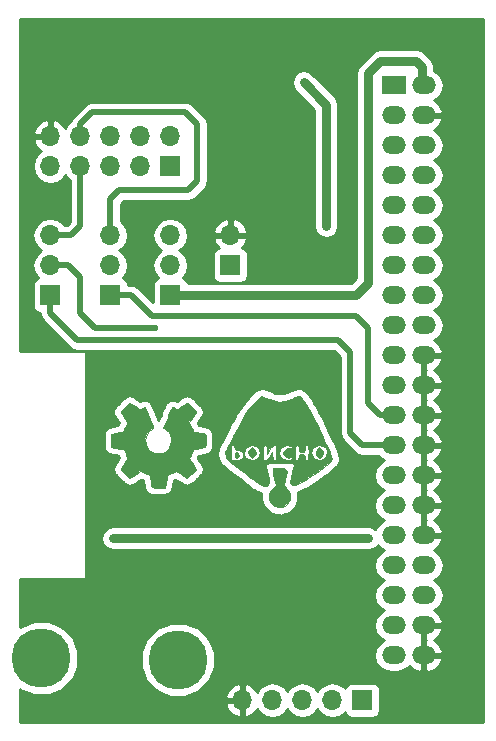
<source format=gbr>
G04 #@! TF.FileFunction,Copper,L2,Bot,Signal*
%FSLAX46Y46*%
G04 Gerber Fmt 4.6, Leading zero omitted, Abs format (unit mm)*
G04 Created by KiCad (PCBNEW 4.0.6) date 08/17/17 13:40:10*
%MOMM*%
%LPD*%
G01*
G04 APERTURE LIST*
%ADD10C,0.100000*%
%ADD11C,0.002540*%
%ADD12R,2.000000X1.524000*%
%ADD13O,2.000000X1.524000*%
%ADD14R,1.700000X1.700000*%
%ADD15O,1.700000X1.700000*%
%ADD16C,5.000000*%
%ADD17C,0.600000*%
%ADD18C,0.750000*%
%ADD19C,0.500000*%
%ADD20C,0.254000*%
G04 APERTURE END LIST*
D10*
D11*
G36*
X142356840Y-93182440D02*
X142397480Y-93202760D01*
X142491460Y-93261180D01*
X142626080Y-93350080D01*
X142783560Y-93454220D01*
X142941040Y-93563440D01*
X143070580Y-93649800D01*
X143162020Y-93708220D01*
X143200120Y-93728540D01*
X143220440Y-93723460D01*
X143296640Y-93685360D01*
X143405860Y-93629480D01*
X143469360Y-93596460D01*
X143568420Y-93553280D01*
X143619220Y-93543120D01*
X143626840Y-93558360D01*
X143664940Y-93634560D01*
X143720820Y-93766640D01*
X143797020Y-93939360D01*
X143883380Y-94142560D01*
X143977360Y-94361000D01*
X144068800Y-94584520D01*
X144157700Y-94797880D01*
X144236440Y-94988380D01*
X144299940Y-95143320D01*
X144340580Y-95252540D01*
X144355820Y-95298260D01*
X144350740Y-95308420D01*
X144299940Y-95356680D01*
X144213580Y-95422720D01*
X144023080Y-95577660D01*
X143837660Y-95811340D01*
X143723360Y-96075500D01*
X143685260Y-96370140D01*
X143718280Y-96641920D01*
X143824960Y-96903540D01*
X144007840Y-97139760D01*
X144228820Y-97315020D01*
X144487900Y-97426780D01*
X144780000Y-97462340D01*
X145059400Y-97431860D01*
X145326100Y-97325180D01*
X145562320Y-97144840D01*
X145661380Y-97030540D01*
X145798540Y-96791780D01*
X145877280Y-96535240D01*
X145884900Y-96471740D01*
X145874740Y-96189800D01*
X145790920Y-95920560D01*
X145643600Y-95679260D01*
X145437860Y-95483680D01*
X145409920Y-95463360D01*
X145315940Y-95392240D01*
X145252440Y-95343980D01*
X145201640Y-95303340D01*
X145559780Y-94442280D01*
X145615660Y-94305120D01*
X145714720Y-94068900D01*
X145801080Y-93865700D01*
X145869660Y-93705680D01*
X145917920Y-93596460D01*
X145938240Y-93553280D01*
X145940780Y-93550740D01*
X145971260Y-93545660D01*
X146037300Y-93571060D01*
X146156680Y-93629480D01*
X146237960Y-93670120D01*
X146329400Y-93713300D01*
X146370040Y-93728540D01*
X146405600Y-93710760D01*
X146491960Y-93652340D01*
X146621500Y-93568520D01*
X146773900Y-93464380D01*
X146921220Y-93362780D01*
X147055840Y-93273880D01*
X147154900Y-93212920D01*
X147203160Y-93184980D01*
X147210780Y-93184980D01*
X147251420Y-93210380D01*
X147330160Y-93273880D01*
X147447000Y-93385640D01*
X147612100Y-93548200D01*
X147637500Y-93573600D01*
X147774660Y-93713300D01*
X147886420Y-93830140D01*
X147960080Y-93911420D01*
X147985480Y-93949520D01*
X147985480Y-93949520D01*
X147962620Y-93997780D01*
X147899120Y-94094300D01*
X147810220Y-94231460D01*
X147701000Y-94391480D01*
X147416520Y-94805500D01*
X147574000Y-95196660D01*
X147622260Y-95316040D01*
X147683220Y-95460820D01*
X147726400Y-95564960D01*
X147751800Y-95610680D01*
X147792440Y-95625920D01*
X147901660Y-95651320D01*
X148056600Y-95684340D01*
X148239480Y-95717360D01*
X148417280Y-95750380D01*
X148577300Y-95780860D01*
X148691600Y-95803720D01*
X148742400Y-95813880D01*
X148755100Y-95821500D01*
X148765260Y-95846900D01*
X148772880Y-95900240D01*
X148775420Y-95996760D01*
X148777960Y-96149160D01*
X148777960Y-96370140D01*
X148777960Y-96393000D01*
X148775420Y-96603820D01*
X148772880Y-96771460D01*
X148767800Y-96880680D01*
X148760180Y-96923860D01*
X148760180Y-96923860D01*
X148709380Y-96936560D01*
X148597620Y-96959420D01*
X148437600Y-96992440D01*
X148247100Y-97028000D01*
X148236940Y-97030540D01*
X148046440Y-97066100D01*
X147888960Y-97099120D01*
X147777200Y-97124520D01*
X147731480Y-97139760D01*
X147721320Y-97152460D01*
X147683220Y-97226120D01*
X147627340Y-97342960D01*
X147566380Y-97487740D01*
X147502880Y-97635060D01*
X147449540Y-97769680D01*
X147413980Y-97868740D01*
X147403820Y-97914460D01*
X147403820Y-97914460D01*
X147431760Y-97960180D01*
X147497800Y-98059240D01*
X147589240Y-98193860D01*
X147701000Y-98356420D01*
X147708620Y-98369120D01*
X147817840Y-98529140D01*
X147906740Y-98663760D01*
X147965160Y-98760280D01*
X147985480Y-98803460D01*
X147985480Y-98806000D01*
X147949920Y-98854260D01*
X147868640Y-98943160D01*
X147751800Y-99065080D01*
X147612100Y-99207320D01*
X147566380Y-99250500D01*
X147411440Y-99402900D01*
X147304760Y-99501960D01*
X147236180Y-99555300D01*
X147203160Y-99568000D01*
X147203160Y-99565460D01*
X147154900Y-99537520D01*
X147053300Y-99471480D01*
X146916140Y-99377500D01*
X146753580Y-99268280D01*
X146743420Y-99260660D01*
X146583400Y-99151440D01*
X146451320Y-99062540D01*
X146354800Y-98999040D01*
X146314160Y-98973640D01*
X146306540Y-98973640D01*
X146243040Y-98993960D01*
X146128740Y-99032060D01*
X145989040Y-99087940D01*
X145841720Y-99146360D01*
X145707100Y-99202240D01*
X145605500Y-99250500D01*
X145557240Y-99275900D01*
X145557240Y-99278440D01*
X145539460Y-99336860D01*
X145511520Y-99456240D01*
X145478500Y-99621340D01*
X145440400Y-99816920D01*
X145435320Y-99847400D01*
X145399760Y-100037900D01*
X145369280Y-100195380D01*
X145346420Y-100304600D01*
X145333720Y-100350320D01*
X145308320Y-100355400D01*
X145214340Y-100363020D01*
X145072100Y-100365560D01*
X144899380Y-100368100D01*
X144719040Y-100365560D01*
X144543780Y-100363020D01*
X144391380Y-100357940D01*
X144284700Y-100350320D01*
X144238980Y-100340160D01*
X144236440Y-100337620D01*
X144221200Y-100279200D01*
X144195800Y-100159820D01*
X144160240Y-99994720D01*
X144122140Y-99796600D01*
X144117060Y-99763580D01*
X144081500Y-99573080D01*
X144048480Y-99418140D01*
X144025620Y-99308920D01*
X144012920Y-99268280D01*
X143997680Y-99258120D01*
X143918940Y-99225100D01*
X143791940Y-99171760D01*
X143631920Y-99108260D01*
X143266160Y-98958400D01*
X142819120Y-99268280D01*
X142775940Y-99296220D01*
X142615920Y-99405440D01*
X142481300Y-99494340D01*
X142389860Y-99552760D01*
X142351760Y-99575620D01*
X142349220Y-99573080D01*
X142303500Y-99534980D01*
X142214600Y-99451160D01*
X142092680Y-99331780D01*
X141952980Y-99192080D01*
X141848840Y-99087940D01*
X141724380Y-98960940D01*
X141645640Y-98877120D01*
X141602460Y-98821240D01*
X141587220Y-98788220D01*
X141592300Y-98767900D01*
X141620240Y-98722180D01*
X141686280Y-98623120D01*
X141777720Y-98485960D01*
X141886940Y-98328480D01*
X141978380Y-98193860D01*
X142074900Y-98044000D01*
X142138400Y-97937320D01*
X142161260Y-97883980D01*
X142156180Y-97861120D01*
X142123160Y-97774760D01*
X142069820Y-97640140D01*
X142003780Y-97482660D01*
X141846300Y-97127060D01*
X141612620Y-97083880D01*
X141472920Y-97055940D01*
X141274800Y-97017840D01*
X141086840Y-96982280D01*
X140792200Y-96923860D01*
X140782040Y-95841820D01*
X140827760Y-95821500D01*
X140870940Y-95808800D01*
X140980160Y-95785940D01*
X141135100Y-95755460D01*
X141320520Y-95719900D01*
X141475460Y-95689420D01*
X141635480Y-95661480D01*
X141747240Y-95638620D01*
X141798040Y-95628460D01*
X141810740Y-95610680D01*
X141851380Y-95534480D01*
X141907260Y-95412560D01*
X141968220Y-95265240D01*
X142031720Y-95115380D01*
X142087600Y-94975680D01*
X142128240Y-94869000D01*
X142140940Y-94813120D01*
X142120620Y-94769940D01*
X142059660Y-94678500D01*
X141973300Y-94546420D01*
X141866620Y-94388940D01*
X141757400Y-94231460D01*
X141668500Y-94096840D01*
X141605000Y-94000320D01*
X141579600Y-93957140D01*
X141592300Y-93926660D01*
X141653260Y-93850460D01*
X141772640Y-93728540D01*
X141947900Y-93553280D01*
X141978380Y-93525340D01*
X142118080Y-93390720D01*
X142237460Y-93281500D01*
X142318740Y-93207840D01*
X142356840Y-93182440D01*
X142356840Y-93182440D01*
G37*
X142356840Y-93182440D02*
X142397480Y-93202760D01*
X142491460Y-93261180D01*
X142626080Y-93350080D01*
X142783560Y-93454220D01*
X142941040Y-93563440D01*
X143070580Y-93649800D01*
X143162020Y-93708220D01*
X143200120Y-93728540D01*
X143220440Y-93723460D01*
X143296640Y-93685360D01*
X143405860Y-93629480D01*
X143469360Y-93596460D01*
X143568420Y-93553280D01*
X143619220Y-93543120D01*
X143626840Y-93558360D01*
X143664940Y-93634560D01*
X143720820Y-93766640D01*
X143797020Y-93939360D01*
X143883380Y-94142560D01*
X143977360Y-94361000D01*
X144068800Y-94584520D01*
X144157700Y-94797880D01*
X144236440Y-94988380D01*
X144299940Y-95143320D01*
X144340580Y-95252540D01*
X144355820Y-95298260D01*
X144350740Y-95308420D01*
X144299940Y-95356680D01*
X144213580Y-95422720D01*
X144023080Y-95577660D01*
X143837660Y-95811340D01*
X143723360Y-96075500D01*
X143685260Y-96370140D01*
X143718280Y-96641920D01*
X143824960Y-96903540D01*
X144007840Y-97139760D01*
X144228820Y-97315020D01*
X144487900Y-97426780D01*
X144780000Y-97462340D01*
X145059400Y-97431860D01*
X145326100Y-97325180D01*
X145562320Y-97144840D01*
X145661380Y-97030540D01*
X145798540Y-96791780D01*
X145877280Y-96535240D01*
X145884900Y-96471740D01*
X145874740Y-96189800D01*
X145790920Y-95920560D01*
X145643600Y-95679260D01*
X145437860Y-95483680D01*
X145409920Y-95463360D01*
X145315940Y-95392240D01*
X145252440Y-95343980D01*
X145201640Y-95303340D01*
X145559780Y-94442280D01*
X145615660Y-94305120D01*
X145714720Y-94068900D01*
X145801080Y-93865700D01*
X145869660Y-93705680D01*
X145917920Y-93596460D01*
X145938240Y-93553280D01*
X145940780Y-93550740D01*
X145971260Y-93545660D01*
X146037300Y-93571060D01*
X146156680Y-93629480D01*
X146237960Y-93670120D01*
X146329400Y-93713300D01*
X146370040Y-93728540D01*
X146405600Y-93710760D01*
X146491960Y-93652340D01*
X146621500Y-93568520D01*
X146773900Y-93464380D01*
X146921220Y-93362780D01*
X147055840Y-93273880D01*
X147154900Y-93212920D01*
X147203160Y-93184980D01*
X147210780Y-93184980D01*
X147251420Y-93210380D01*
X147330160Y-93273880D01*
X147447000Y-93385640D01*
X147612100Y-93548200D01*
X147637500Y-93573600D01*
X147774660Y-93713300D01*
X147886420Y-93830140D01*
X147960080Y-93911420D01*
X147985480Y-93949520D01*
X147985480Y-93949520D01*
X147962620Y-93997780D01*
X147899120Y-94094300D01*
X147810220Y-94231460D01*
X147701000Y-94391480D01*
X147416520Y-94805500D01*
X147574000Y-95196660D01*
X147622260Y-95316040D01*
X147683220Y-95460820D01*
X147726400Y-95564960D01*
X147751800Y-95610680D01*
X147792440Y-95625920D01*
X147901660Y-95651320D01*
X148056600Y-95684340D01*
X148239480Y-95717360D01*
X148417280Y-95750380D01*
X148577300Y-95780860D01*
X148691600Y-95803720D01*
X148742400Y-95813880D01*
X148755100Y-95821500D01*
X148765260Y-95846900D01*
X148772880Y-95900240D01*
X148775420Y-95996760D01*
X148777960Y-96149160D01*
X148777960Y-96370140D01*
X148777960Y-96393000D01*
X148775420Y-96603820D01*
X148772880Y-96771460D01*
X148767800Y-96880680D01*
X148760180Y-96923860D01*
X148760180Y-96923860D01*
X148709380Y-96936560D01*
X148597620Y-96959420D01*
X148437600Y-96992440D01*
X148247100Y-97028000D01*
X148236940Y-97030540D01*
X148046440Y-97066100D01*
X147888960Y-97099120D01*
X147777200Y-97124520D01*
X147731480Y-97139760D01*
X147721320Y-97152460D01*
X147683220Y-97226120D01*
X147627340Y-97342960D01*
X147566380Y-97487740D01*
X147502880Y-97635060D01*
X147449540Y-97769680D01*
X147413980Y-97868740D01*
X147403820Y-97914460D01*
X147403820Y-97914460D01*
X147431760Y-97960180D01*
X147497800Y-98059240D01*
X147589240Y-98193860D01*
X147701000Y-98356420D01*
X147708620Y-98369120D01*
X147817840Y-98529140D01*
X147906740Y-98663760D01*
X147965160Y-98760280D01*
X147985480Y-98803460D01*
X147985480Y-98806000D01*
X147949920Y-98854260D01*
X147868640Y-98943160D01*
X147751800Y-99065080D01*
X147612100Y-99207320D01*
X147566380Y-99250500D01*
X147411440Y-99402900D01*
X147304760Y-99501960D01*
X147236180Y-99555300D01*
X147203160Y-99568000D01*
X147203160Y-99565460D01*
X147154900Y-99537520D01*
X147053300Y-99471480D01*
X146916140Y-99377500D01*
X146753580Y-99268280D01*
X146743420Y-99260660D01*
X146583400Y-99151440D01*
X146451320Y-99062540D01*
X146354800Y-98999040D01*
X146314160Y-98973640D01*
X146306540Y-98973640D01*
X146243040Y-98993960D01*
X146128740Y-99032060D01*
X145989040Y-99087940D01*
X145841720Y-99146360D01*
X145707100Y-99202240D01*
X145605500Y-99250500D01*
X145557240Y-99275900D01*
X145557240Y-99278440D01*
X145539460Y-99336860D01*
X145511520Y-99456240D01*
X145478500Y-99621340D01*
X145440400Y-99816920D01*
X145435320Y-99847400D01*
X145399760Y-100037900D01*
X145369280Y-100195380D01*
X145346420Y-100304600D01*
X145333720Y-100350320D01*
X145308320Y-100355400D01*
X145214340Y-100363020D01*
X145072100Y-100365560D01*
X144899380Y-100368100D01*
X144719040Y-100365560D01*
X144543780Y-100363020D01*
X144391380Y-100357940D01*
X144284700Y-100350320D01*
X144238980Y-100340160D01*
X144236440Y-100337620D01*
X144221200Y-100279200D01*
X144195800Y-100159820D01*
X144160240Y-99994720D01*
X144122140Y-99796600D01*
X144117060Y-99763580D01*
X144081500Y-99573080D01*
X144048480Y-99418140D01*
X144025620Y-99308920D01*
X144012920Y-99268280D01*
X143997680Y-99258120D01*
X143918940Y-99225100D01*
X143791940Y-99171760D01*
X143631920Y-99108260D01*
X143266160Y-98958400D01*
X142819120Y-99268280D01*
X142775940Y-99296220D01*
X142615920Y-99405440D01*
X142481300Y-99494340D01*
X142389860Y-99552760D01*
X142351760Y-99575620D01*
X142349220Y-99573080D01*
X142303500Y-99534980D01*
X142214600Y-99451160D01*
X142092680Y-99331780D01*
X141952980Y-99192080D01*
X141848840Y-99087940D01*
X141724380Y-98960940D01*
X141645640Y-98877120D01*
X141602460Y-98821240D01*
X141587220Y-98788220D01*
X141592300Y-98767900D01*
X141620240Y-98722180D01*
X141686280Y-98623120D01*
X141777720Y-98485960D01*
X141886940Y-98328480D01*
X141978380Y-98193860D01*
X142074900Y-98044000D01*
X142138400Y-97937320D01*
X142161260Y-97883980D01*
X142156180Y-97861120D01*
X142123160Y-97774760D01*
X142069820Y-97640140D01*
X142003780Y-97482660D01*
X141846300Y-97127060D01*
X141612620Y-97083880D01*
X141472920Y-97055940D01*
X141274800Y-97017840D01*
X141086840Y-96982280D01*
X140792200Y-96923860D01*
X140782040Y-95841820D01*
X140827760Y-95821500D01*
X140870940Y-95808800D01*
X140980160Y-95785940D01*
X141135100Y-95755460D01*
X141320520Y-95719900D01*
X141475460Y-95689420D01*
X141635480Y-95661480D01*
X141747240Y-95638620D01*
X141798040Y-95628460D01*
X141810740Y-95610680D01*
X141851380Y-95534480D01*
X141907260Y-95412560D01*
X141968220Y-95265240D01*
X142031720Y-95115380D01*
X142087600Y-94975680D01*
X142128240Y-94869000D01*
X142140940Y-94813120D01*
X142120620Y-94769940D01*
X142059660Y-94678500D01*
X141973300Y-94546420D01*
X141866620Y-94388940D01*
X141757400Y-94231460D01*
X141668500Y-94096840D01*
X141605000Y-94000320D01*
X141579600Y-93957140D01*
X141592300Y-93926660D01*
X141653260Y-93850460D01*
X141772640Y-93728540D01*
X141947900Y-93553280D01*
X141978380Y-93525340D01*
X142118080Y-93390720D01*
X142237460Y-93281500D01*
X142318740Y-93207840D01*
X142356840Y-93182440D01*
D10*
G36*
X159475714Y-97909021D02*
X159438746Y-97702109D01*
X159345012Y-97417200D01*
X159220272Y-97119103D01*
X159090281Y-96872626D01*
X159063376Y-96834587D01*
X159063376Y-97405701D01*
X158998326Y-97718938D01*
X158809112Y-97926378D01*
X158504639Y-98019671D01*
X158403636Y-98024208D01*
X158069516Y-97963223D01*
X157848248Y-97785835D01*
X157748734Y-97500392D01*
X157743896Y-97405701D01*
X157808946Y-97092464D01*
X157998159Y-96885025D01*
X158302633Y-96791731D01*
X158403636Y-96787195D01*
X158737606Y-96845508D01*
X158898441Y-96952130D01*
X159032315Y-97189970D01*
X159063376Y-97405701D01*
X159063376Y-96834587D01*
X159029856Y-96787195D01*
X158953749Y-96660075D01*
X158835220Y-96420635D01*
X158693792Y-96109415D01*
X158612876Y-95921286D01*
X158361635Y-95352728D01*
X158089718Y-94785192D01*
X157809494Y-94240307D01*
X157533334Y-93739704D01*
X157496493Y-93678045D01*
X157496493Y-97405701D01*
X157492598Y-97721936D01*
X157474834Y-97907484D01*
X157434089Y-97996524D01*
X157361247Y-98023238D01*
X157331558Y-98024208D01*
X157210831Y-97985329D01*
X157168325Y-97840669D01*
X157166623Y-97776805D01*
X157146189Y-97601570D01*
X157049798Y-97536982D01*
X156919220Y-97529402D01*
X156743985Y-97549837D01*
X156679397Y-97646227D01*
X156671818Y-97776805D01*
X156645898Y-97957896D01*
X156549459Y-98021655D01*
X156506883Y-98024208D01*
X156422553Y-98009599D01*
X156373074Y-97942988D01*
X156349330Y-97790193D01*
X156342206Y-97517036D01*
X156341948Y-97405701D01*
X156345843Y-97089467D01*
X156363606Y-96903919D01*
X156404351Y-96814878D01*
X156477193Y-96788165D01*
X156506883Y-96787195D01*
X156620559Y-96819482D01*
X156666426Y-96945528D01*
X156671818Y-97075831D01*
X156685609Y-97269755D01*
X156755564Y-97349294D01*
X156919220Y-97364467D01*
X157085441Y-97348377D01*
X157153617Y-97266763D01*
X157166623Y-97075831D01*
X157185073Y-96876897D01*
X157257099Y-96796630D01*
X157331558Y-96787195D01*
X157415887Y-96801803D01*
X157465367Y-96868414D01*
X157489111Y-97021209D01*
X157496234Y-97294366D01*
X157496493Y-97405701D01*
X157496493Y-93678045D01*
X157273610Y-93305014D01*
X157042692Y-92957868D01*
X156852952Y-92719897D01*
X156721691Y-92614488D01*
X156600102Y-92627998D01*
X156378445Y-92701108D01*
X156103465Y-92818254D01*
X156094545Y-92822454D01*
X156094545Y-96920510D01*
X156050706Y-97013595D01*
X155896623Y-97015841D01*
X155878776Y-97012578D01*
X155657011Y-97038055D01*
X155463128Y-97166690D01*
X155357755Y-97353210D01*
X155352337Y-97405701D01*
X155424303Y-97600602D01*
X155598393Y-97754009D01*
X155811896Y-97818691D01*
X155889632Y-97810355D01*
X156045982Y-97797384D01*
X156094279Y-97879467D01*
X156094545Y-97891566D01*
X156054247Y-97977280D01*
X155910303Y-98017064D01*
X155723441Y-98024208D01*
X155369195Y-97969347D01*
X155138088Y-97805118D01*
X155030717Y-97532044D01*
X155022467Y-97405701D01*
X155084642Y-97093131D01*
X155270769Y-96889213D01*
X155580252Y-96794474D01*
X155723441Y-96787195D01*
X155962962Y-96801485D01*
X156074243Y-96852709D01*
X156094545Y-96920510D01*
X156094545Y-92822454D01*
X156088315Y-92825386D01*
X155532041Y-93025062D01*
X155001238Y-93074114D01*
X154775065Y-93032157D01*
X154775065Y-97405701D01*
X154771169Y-97721936D01*
X154753406Y-97907484D01*
X154712661Y-97996524D01*
X154639819Y-98023238D01*
X154610129Y-98024208D01*
X154504651Y-97998231D01*
X154456125Y-97891894D01*
X154444414Y-97673721D01*
X154443634Y-97323234D01*
X154233571Y-97673721D01*
X154065995Y-97907569D01*
X153910269Y-98011733D01*
X153822014Y-98024208D01*
X153719505Y-98015937D01*
X153659414Y-97967976D01*
X153630429Y-97845603D01*
X153621238Y-97614094D01*
X153620519Y-97405701D01*
X153624415Y-97089467D01*
X153642178Y-96903919D01*
X153682923Y-96814878D01*
X153755765Y-96788165D01*
X153785454Y-96787195D01*
X153890932Y-96813171D01*
X153939459Y-96919508D01*
X153951169Y-97137682D01*
X153951950Y-97488169D01*
X154162012Y-97137682D01*
X154329588Y-96903833D01*
X154485315Y-96799670D01*
X154573570Y-96787195D01*
X154676078Y-96795465D01*
X154736169Y-96843426D01*
X154765154Y-96965800D01*
X154774345Y-97197308D01*
X154775065Y-97405701D01*
X154775065Y-93032157D01*
X154457590Y-92973262D01*
X154156558Y-92861585D01*
X153880534Y-92746168D01*
X153654037Y-92655203D01*
X153538052Y-92612487D01*
X153421124Y-92656601D01*
X153373116Y-92697967D01*
X153373116Y-97405701D01*
X153308066Y-97718938D01*
X153118853Y-97926378D01*
X152814380Y-98019671D01*
X152713376Y-98024208D01*
X152379257Y-97963223D01*
X152157988Y-97785835D01*
X152058475Y-97500392D01*
X152053636Y-97405701D01*
X152118686Y-97092464D01*
X152307900Y-96885025D01*
X152612373Y-96791731D01*
X152713376Y-96787195D01*
X153047347Y-96845508D01*
X153208181Y-96952130D01*
X153342055Y-97189970D01*
X153373116Y-97405701D01*
X153373116Y-92697967D01*
X153222824Y-92827464D01*
X152954180Y-93115201D01*
X152878311Y-93203076D01*
X152570139Y-93574730D01*
X152307799Y-93918571D01*
X152069659Y-94268884D01*
X151971168Y-94432386D01*
X151971168Y-97611870D01*
X151932515Y-97827980D01*
X151799854Y-97957280D01*
X151548131Y-98016039D01*
X151336168Y-98024208D01*
X150899090Y-98024208D01*
X150899090Y-97405701D01*
X150902986Y-97089467D01*
X150920749Y-96903919D01*
X150961494Y-96814878D01*
X151034336Y-96788165D01*
X151064026Y-96787195D01*
X151193361Y-96835515D01*
X151228961Y-96993363D01*
X151252327Y-97135773D01*
X151355269Y-97191768D01*
X151501103Y-97199532D01*
X151779350Y-97247207D01*
X151931932Y-97396765D01*
X151971168Y-97611870D01*
X151971168Y-94432386D01*
X151834084Y-94659954D01*
X151579442Y-95126065D01*
X151284100Y-95701501D01*
X151215195Y-95838818D01*
X151012554Y-96241004D01*
X150832532Y-96593090D01*
X150689373Y-96867615D01*
X150597322Y-97037120D01*
X150573488Y-97075831D01*
X150460287Y-97343738D01*
X150469598Y-97650299D01*
X150547920Y-97844072D01*
X150728246Y-98076239D01*
X150969229Y-98309175D01*
X151210117Y-98487582D01*
X151311428Y-98539014D01*
X151424414Y-98610258D01*
X151629280Y-98763511D01*
X151892796Y-98973308D01*
X152078847Y-99127142D01*
X152461606Y-99433727D01*
X152846040Y-99716151D01*
X153204115Y-99956156D01*
X153507798Y-100135482D01*
X153729055Y-100235871D01*
X153804077Y-100250831D01*
X153947245Y-100193987D01*
X154071204Y-100089085D01*
X154141177Y-100000089D01*
X154171535Y-99903372D01*
X154160852Y-99758306D01*
X154107698Y-99524261D01*
X154042752Y-99279411D01*
X153937923Y-98896541D01*
X153876300Y-98624913D01*
X153877106Y-98445551D01*
X153959564Y-98339480D01*
X154142895Y-98287726D01*
X154446322Y-98271314D01*
X154889068Y-98271267D01*
X155063701Y-98271610D01*
X155556616Y-98275152D01*
X155903601Y-98286879D01*
X156123529Y-98308446D01*
X156235275Y-98341505D01*
X156259480Y-98376352D01*
X156238521Y-98502340D01*
X156183133Y-98739326D01*
X156104548Y-99039819D01*
X156090407Y-99091213D01*
X155983088Y-99537847D01*
X155948894Y-99851631D01*
X155988676Y-100047972D01*
X156103285Y-100142279D01*
X156148992Y-100152512D01*
X156360553Y-100121910D01*
X156679874Y-99993189D01*
X157089801Y-99775929D01*
X157573175Y-99479713D01*
X158112841Y-99114122D01*
X158465487Y-98858813D01*
X158869546Y-98554303D01*
X159154754Y-98325490D01*
X159338878Y-98155667D01*
X159439689Y-98028128D01*
X159474955Y-97926167D01*
X159475714Y-97909021D01*
X159475714Y-97909021D01*
X159475714Y-97909021D01*
G37*
X159475714Y-97909021D02*
X159438746Y-97702109D01*
X159345012Y-97417200D01*
X159220272Y-97119103D01*
X159090281Y-96872626D01*
X159063376Y-96834587D01*
X159063376Y-97405701D01*
X158998326Y-97718938D01*
X158809112Y-97926378D01*
X158504639Y-98019671D01*
X158403636Y-98024208D01*
X158069516Y-97963223D01*
X157848248Y-97785835D01*
X157748734Y-97500392D01*
X157743896Y-97405701D01*
X157808946Y-97092464D01*
X157998159Y-96885025D01*
X158302633Y-96791731D01*
X158403636Y-96787195D01*
X158737606Y-96845508D01*
X158898441Y-96952130D01*
X159032315Y-97189970D01*
X159063376Y-97405701D01*
X159063376Y-96834587D01*
X159029856Y-96787195D01*
X158953749Y-96660075D01*
X158835220Y-96420635D01*
X158693792Y-96109415D01*
X158612876Y-95921286D01*
X158361635Y-95352728D01*
X158089718Y-94785192D01*
X157809494Y-94240307D01*
X157533334Y-93739704D01*
X157496493Y-93678045D01*
X157496493Y-97405701D01*
X157492598Y-97721936D01*
X157474834Y-97907484D01*
X157434089Y-97996524D01*
X157361247Y-98023238D01*
X157331558Y-98024208D01*
X157210831Y-97985329D01*
X157168325Y-97840669D01*
X157166623Y-97776805D01*
X157146189Y-97601570D01*
X157049798Y-97536982D01*
X156919220Y-97529402D01*
X156743985Y-97549837D01*
X156679397Y-97646227D01*
X156671818Y-97776805D01*
X156645898Y-97957896D01*
X156549459Y-98021655D01*
X156506883Y-98024208D01*
X156422553Y-98009599D01*
X156373074Y-97942988D01*
X156349330Y-97790193D01*
X156342206Y-97517036D01*
X156341948Y-97405701D01*
X156345843Y-97089467D01*
X156363606Y-96903919D01*
X156404351Y-96814878D01*
X156477193Y-96788165D01*
X156506883Y-96787195D01*
X156620559Y-96819482D01*
X156666426Y-96945528D01*
X156671818Y-97075831D01*
X156685609Y-97269755D01*
X156755564Y-97349294D01*
X156919220Y-97364467D01*
X157085441Y-97348377D01*
X157153617Y-97266763D01*
X157166623Y-97075831D01*
X157185073Y-96876897D01*
X157257099Y-96796630D01*
X157331558Y-96787195D01*
X157415887Y-96801803D01*
X157465367Y-96868414D01*
X157489111Y-97021209D01*
X157496234Y-97294366D01*
X157496493Y-97405701D01*
X157496493Y-93678045D01*
X157273610Y-93305014D01*
X157042692Y-92957868D01*
X156852952Y-92719897D01*
X156721691Y-92614488D01*
X156600102Y-92627998D01*
X156378445Y-92701108D01*
X156103465Y-92818254D01*
X156094545Y-92822454D01*
X156094545Y-96920510D01*
X156050706Y-97013595D01*
X155896623Y-97015841D01*
X155878776Y-97012578D01*
X155657011Y-97038055D01*
X155463128Y-97166690D01*
X155357755Y-97353210D01*
X155352337Y-97405701D01*
X155424303Y-97600602D01*
X155598393Y-97754009D01*
X155811896Y-97818691D01*
X155889632Y-97810355D01*
X156045982Y-97797384D01*
X156094279Y-97879467D01*
X156094545Y-97891566D01*
X156054247Y-97977280D01*
X155910303Y-98017064D01*
X155723441Y-98024208D01*
X155369195Y-97969347D01*
X155138088Y-97805118D01*
X155030717Y-97532044D01*
X155022467Y-97405701D01*
X155084642Y-97093131D01*
X155270769Y-96889213D01*
X155580252Y-96794474D01*
X155723441Y-96787195D01*
X155962962Y-96801485D01*
X156074243Y-96852709D01*
X156094545Y-96920510D01*
X156094545Y-92822454D01*
X156088315Y-92825386D01*
X155532041Y-93025062D01*
X155001238Y-93074114D01*
X154775065Y-93032157D01*
X154775065Y-97405701D01*
X154771169Y-97721936D01*
X154753406Y-97907484D01*
X154712661Y-97996524D01*
X154639819Y-98023238D01*
X154610129Y-98024208D01*
X154504651Y-97998231D01*
X154456125Y-97891894D01*
X154444414Y-97673721D01*
X154443634Y-97323234D01*
X154233571Y-97673721D01*
X154065995Y-97907569D01*
X153910269Y-98011733D01*
X153822014Y-98024208D01*
X153719505Y-98015937D01*
X153659414Y-97967976D01*
X153630429Y-97845603D01*
X153621238Y-97614094D01*
X153620519Y-97405701D01*
X153624415Y-97089467D01*
X153642178Y-96903919D01*
X153682923Y-96814878D01*
X153755765Y-96788165D01*
X153785454Y-96787195D01*
X153890932Y-96813171D01*
X153939459Y-96919508D01*
X153951169Y-97137682D01*
X153951950Y-97488169D01*
X154162012Y-97137682D01*
X154329588Y-96903833D01*
X154485315Y-96799670D01*
X154573570Y-96787195D01*
X154676078Y-96795465D01*
X154736169Y-96843426D01*
X154765154Y-96965800D01*
X154774345Y-97197308D01*
X154775065Y-97405701D01*
X154775065Y-93032157D01*
X154457590Y-92973262D01*
X154156558Y-92861585D01*
X153880534Y-92746168D01*
X153654037Y-92655203D01*
X153538052Y-92612487D01*
X153421124Y-92656601D01*
X153373116Y-92697967D01*
X153373116Y-97405701D01*
X153308066Y-97718938D01*
X153118853Y-97926378D01*
X152814380Y-98019671D01*
X152713376Y-98024208D01*
X152379257Y-97963223D01*
X152157988Y-97785835D01*
X152058475Y-97500392D01*
X152053636Y-97405701D01*
X152118686Y-97092464D01*
X152307900Y-96885025D01*
X152612373Y-96791731D01*
X152713376Y-96787195D01*
X153047347Y-96845508D01*
X153208181Y-96952130D01*
X153342055Y-97189970D01*
X153373116Y-97405701D01*
X153373116Y-92697967D01*
X153222824Y-92827464D01*
X152954180Y-93115201D01*
X152878311Y-93203076D01*
X152570139Y-93574730D01*
X152307799Y-93918571D01*
X152069659Y-94268884D01*
X151971168Y-94432386D01*
X151971168Y-97611870D01*
X151932515Y-97827980D01*
X151799854Y-97957280D01*
X151548131Y-98016039D01*
X151336168Y-98024208D01*
X150899090Y-98024208D01*
X150899090Y-97405701D01*
X150902986Y-97089467D01*
X150920749Y-96903919D01*
X150961494Y-96814878D01*
X151034336Y-96788165D01*
X151064026Y-96787195D01*
X151193361Y-96835515D01*
X151228961Y-96993363D01*
X151252327Y-97135773D01*
X151355269Y-97191768D01*
X151501103Y-97199532D01*
X151779350Y-97247207D01*
X151931932Y-97396765D01*
X151971168Y-97611870D01*
X151971168Y-94432386D01*
X151834084Y-94659954D01*
X151579442Y-95126065D01*
X151284100Y-95701501D01*
X151215195Y-95838818D01*
X151012554Y-96241004D01*
X150832532Y-96593090D01*
X150689373Y-96867615D01*
X150597322Y-97037120D01*
X150573488Y-97075831D01*
X150460287Y-97343738D01*
X150469598Y-97650299D01*
X150547920Y-97844072D01*
X150728246Y-98076239D01*
X150969229Y-98309175D01*
X151210117Y-98487582D01*
X151311428Y-98539014D01*
X151424414Y-98610258D01*
X151629280Y-98763511D01*
X151892796Y-98973308D01*
X152078847Y-99127142D01*
X152461606Y-99433727D01*
X152846040Y-99716151D01*
X153204115Y-99956156D01*
X153507798Y-100135482D01*
X153729055Y-100235871D01*
X153804077Y-100250831D01*
X153947245Y-100193987D01*
X154071204Y-100089085D01*
X154141177Y-100000089D01*
X154171535Y-99903372D01*
X154160852Y-99758306D01*
X154107698Y-99524261D01*
X154042752Y-99279411D01*
X153937923Y-98896541D01*
X153876300Y-98624913D01*
X153877106Y-98445551D01*
X153959564Y-98339480D01*
X154142895Y-98287726D01*
X154446322Y-98271314D01*
X154889068Y-98271267D01*
X155063701Y-98271610D01*
X155556616Y-98275152D01*
X155903601Y-98286879D01*
X156123529Y-98308446D01*
X156235275Y-98341505D01*
X156259480Y-98376352D01*
X156238521Y-98502340D01*
X156183133Y-98739326D01*
X156104548Y-99039819D01*
X156090407Y-99091213D01*
X155983088Y-99537847D01*
X155948894Y-99851631D01*
X155988676Y-100047972D01*
X156103285Y-100142279D01*
X156148992Y-100152512D01*
X156360553Y-100121910D01*
X156679874Y-99993189D01*
X157089801Y-99775929D01*
X157573175Y-99479713D01*
X158112841Y-99114122D01*
X158465487Y-98858813D01*
X158869546Y-98554303D01*
X159154754Y-98325490D01*
X159338878Y-98155667D01*
X159439689Y-98028128D01*
X159474955Y-97926167D01*
X159475714Y-97909021D01*
X159475714Y-97909021D01*
G36*
X155963542Y-101018319D02*
X155835402Y-100671445D01*
X155619417Y-100394230D01*
X155503302Y-100264356D01*
X155448034Y-100151698D01*
X155446066Y-100002981D01*
X155489854Y-99764930D01*
X155514294Y-99652022D01*
X155598312Y-99255188D01*
X155636110Y-98991422D01*
X155615383Y-98832382D01*
X155523822Y-98749723D01*
X155349122Y-98715104D01*
X155101440Y-98701187D01*
X154816450Y-98697195D01*
X154600118Y-98710263D01*
X154503550Y-98735549D01*
X154449692Y-98900268D01*
X154473559Y-99205684D01*
X154574776Y-99647222D01*
X154579985Y-99666058D01*
X154714775Y-100150872D01*
X154451192Y-100386404D01*
X154225647Y-100684585D01*
X154131576Y-101028824D01*
X154164480Y-101378523D01*
X154319862Y-101693085D01*
X154593223Y-101931915D01*
X154624290Y-101948738D01*
X154973719Y-102045905D01*
X155320075Y-101997730D01*
X155627140Y-101820441D01*
X155858691Y-101530265D01*
X155929692Y-101363895D01*
X155963542Y-101018319D01*
X155963542Y-101018319D01*
X155963542Y-101018319D01*
G37*
X155963542Y-101018319D02*
X155835402Y-100671445D01*
X155619417Y-100394230D01*
X155503302Y-100264356D01*
X155448034Y-100151698D01*
X155446066Y-100002981D01*
X155489854Y-99764930D01*
X155514294Y-99652022D01*
X155598312Y-99255188D01*
X155636110Y-98991422D01*
X155615383Y-98832382D01*
X155523822Y-98749723D01*
X155349122Y-98715104D01*
X155101440Y-98701187D01*
X154816450Y-98697195D01*
X154600118Y-98710263D01*
X154503550Y-98735549D01*
X154449692Y-98900268D01*
X154473559Y-99205684D01*
X154574776Y-99647222D01*
X154579985Y-99666058D01*
X154714775Y-100150872D01*
X154451192Y-100386404D01*
X154225647Y-100684585D01*
X154131576Y-101028824D01*
X154164480Y-101378523D01*
X154319862Y-101693085D01*
X154593223Y-101931915D01*
X154624290Y-101948738D01*
X154973719Y-102045905D01*
X155320075Y-101997730D01*
X155627140Y-101820441D01*
X155858691Y-101530265D01*
X155929692Y-101363895D01*
X155963542Y-101018319D01*
X155963542Y-101018319D01*
G36*
X151619921Y-97603578D02*
X151558831Y-97488169D01*
X151402394Y-97369441D01*
X151283056Y-97404650D01*
X151229586Y-97583007D01*
X151228961Y-97611870D01*
X151273119Y-97805821D01*
X151386417Y-97857850D01*
X151540085Y-97757170D01*
X151558831Y-97735571D01*
X151619921Y-97603578D01*
X151619921Y-97603578D01*
X151619921Y-97603578D01*
G37*
X151619921Y-97603578D02*
X151558831Y-97488169D01*
X151402394Y-97369441D01*
X151283056Y-97404650D01*
X151229586Y-97583007D01*
X151228961Y-97611870D01*
X151273119Y-97805821D01*
X151386417Y-97857850D01*
X151540085Y-97757170D01*
X151558831Y-97735571D01*
X151619921Y-97603578D01*
X151619921Y-97603578D01*
G36*
X153028176Y-97428700D02*
X153004806Y-97288732D01*
X152933355Y-97167801D01*
X152811495Y-97016516D01*
X152714528Y-96952152D01*
X152713376Y-96952130D01*
X152617357Y-97014458D01*
X152495448Y-97164683D01*
X152493397Y-97167801D01*
X152402594Y-97338840D01*
X152413440Y-97479017D01*
X152474042Y-97600756D01*
X152596518Y-97755895D01*
X152713376Y-97818039D01*
X152833963Y-97752510D01*
X152952711Y-97600756D01*
X153028176Y-97428700D01*
X153028176Y-97428700D01*
X153028176Y-97428700D01*
G37*
X153028176Y-97428700D02*
X153004806Y-97288732D01*
X152933355Y-97167801D01*
X152811495Y-97016516D01*
X152714528Y-96952152D01*
X152713376Y-96952130D01*
X152617357Y-97014458D01*
X152495448Y-97164683D01*
X152493397Y-97167801D01*
X152402594Y-97338840D01*
X152413440Y-97479017D01*
X152474042Y-97600756D01*
X152596518Y-97755895D01*
X152713376Y-97818039D01*
X152833963Y-97752510D01*
X152952711Y-97600756D01*
X153028176Y-97428700D01*
X153028176Y-97428700D01*
G36*
X158718435Y-97428700D02*
X158695065Y-97288732D01*
X158623615Y-97167801D01*
X158501755Y-97016516D01*
X158404788Y-96952152D01*
X158403636Y-96952130D01*
X158307616Y-97014458D01*
X158185708Y-97164683D01*
X158183657Y-97167801D01*
X158092854Y-97338840D01*
X158103699Y-97479017D01*
X158164301Y-97600756D01*
X158286778Y-97755895D01*
X158403636Y-97818039D01*
X158524223Y-97752510D01*
X158642971Y-97600756D01*
X158718435Y-97428700D01*
X158718435Y-97428700D01*
X158718435Y-97428700D01*
G37*
X158718435Y-97428700D02*
X158695065Y-97288732D01*
X158623615Y-97167801D01*
X158501755Y-97016516D01*
X158404788Y-96952152D01*
X158403636Y-96952130D01*
X158307616Y-97014458D01*
X158185708Y-97164683D01*
X158183657Y-97167801D01*
X158092854Y-97338840D01*
X158103699Y-97479017D01*
X158164301Y-97600756D01*
X158286778Y-97755895D01*
X158403636Y-97818039D01*
X158524223Y-97752510D01*
X158642971Y-97600756D01*
X158718435Y-97428700D01*
X158718435Y-97428700D01*
D12*
X164719000Y-66294000D03*
D13*
X167259000Y-66294000D03*
X164719000Y-78994000D03*
X167259000Y-68834000D03*
X164719000Y-81534000D03*
X167259000Y-71374000D03*
X164719000Y-84074000D03*
X167259000Y-73914000D03*
X164719000Y-86614000D03*
X167259000Y-76454000D03*
X164719000Y-89154000D03*
X167259000Y-78994000D03*
X164719000Y-91694000D03*
X167259000Y-81534000D03*
X164719000Y-94234000D03*
X167259000Y-84074000D03*
X164719000Y-96774000D03*
X167259000Y-86614000D03*
X164719000Y-99314000D03*
X167259000Y-89154000D03*
X164719000Y-101854000D03*
X167259000Y-91694000D03*
X164719000Y-104394000D03*
X167259000Y-94234000D03*
X167259000Y-96774000D03*
X164719000Y-106934000D03*
X167259000Y-99314000D03*
X167259000Y-104394000D03*
X167259000Y-106934000D03*
X167259000Y-109474000D03*
X167259000Y-112014000D03*
X164719000Y-109474000D03*
X164719000Y-112014000D03*
X164719000Y-68834000D03*
X164719000Y-71374000D03*
X164719000Y-73914000D03*
X164719000Y-76454000D03*
X164719000Y-114554000D03*
X167259000Y-114554000D03*
X167259000Y-101854000D03*
D14*
X162052000Y-118364000D03*
D15*
X159512000Y-118364000D03*
X156972000Y-118364000D03*
X154432000Y-118364000D03*
X151892000Y-118364000D03*
D14*
X145796000Y-84074000D03*
D15*
X145796000Y-81534000D03*
X145796000Y-78994000D03*
D14*
X135636000Y-84074000D03*
D15*
X135636000Y-81534000D03*
X135636000Y-78994000D03*
D14*
X140716000Y-84074000D03*
D15*
X140716000Y-81534000D03*
X140716000Y-78994000D03*
D14*
X145796000Y-73152000D03*
D15*
X145796000Y-70612000D03*
X143256000Y-73152000D03*
X143256000Y-70612000D03*
X140716000Y-73152000D03*
X140716000Y-70612000D03*
X138176000Y-73152000D03*
X138176000Y-70612000D03*
X135636000Y-73152000D03*
X135636000Y-70612000D03*
D14*
X150876000Y-81534000D03*
D15*
X150876000Y-78994000D03*
D16*
X146431000Y-114935000D03*
X134874000Y-114808000D03*
D17*
X140970000Y-104648000D03*
X162560000Y-104648000D03*
X157099000Y-66040000D03*
X159004000Y-78232000D03*
X144526000Y-86868000D03*
D18*
X151003000Y-104648000D02*
X140970000Y-104648000D01*
X162560000Y-104648000D02*
X151003000Y-104648000D01*
X159004000Y-67945000D02*
X159004000Y-78232000D01*
X159004000Y-67945000D02*
X157099000Y-66040000D01*
X145796000Y-84074000D02*
X161544000Y-84074000D01*
X167132000Y-64770000D02*
X167132000Y-66167000D01*
X166624000Y-64262000D02*
X167132000Y-64770000D01*
X163576000Y-64262000D02*
X166624000Y-64262000D01*
X162560000Y-65278000D02*
X163576000Y-64262000D01*
X162560000Y-83058000D02*
X162560000Y-65278000D01*
X161544000Y-84074000D02*
X162560000Y-83058000D01*
X167132000Y-66167000D02*
X167259000Y-66294000D01*
D19*
X135636000Y-81534000D02*
X137160000Y-81534000D01*
X139446000Y-86868000D02*
X144526000Y-86868000D01*
X138176000Y-85598000D02*
X139446000Y-86868000D01*
X138176000Y-82550000D02*
X138176000Y-85598000D01*
X137160000Y-81534000D02*
X138176000Y-82550000D01*
X135636000Y-84582000D02*
X135636000Y-85598000D01*
X162052000Y-96774000D02*
X164719000Y-96774000D01*
X161036000Y-95758000D02*
X162052000Y-96774000D01*
X161036000Y-88900000D02*
X161036000Y-95758000D01*
X160020000Y-87884000D02*
X161036000Y-88900000D01*
X137922000Y-87884000D02*
X160020000Y-87884000D01*
X135636000Y-85598000D02*
X137922000Y-87884000D01*
X140716000Y-84074000D02*
X142494000Y-84074000D01*
X163576000Y-94234000D02*
X164719000Y-94234000D01*
X162560000Y-93218000D02*
X163576000Y-94234000D01*
X162560000Y-86868000D02*
X162560000Y-93218000D01*
X161544000Y-85852000D02*
X162560000Y-86868000D01*
X144272000Y-85852000D02*
X161544000Y-85852000D01*
X142494000Y-84074000D02*
X144272000Y-85852000D01*
X140716000Y-78994000D02*
X140716000Y-75946000D01*
X138176000Y-69596000D02*
X138176000Y-70612000D01*
X139192000Y-68580000D02*
X138176000Y-69596000D01*
X147066000Y-68580000D02*
X139192000Y-68580000D01*
X148082000Y-69596000D02*
X147066000Y-68580000D01*
X148082000Y-74422000D02*
X148082000Y-69596000D01*
X147320000Y-75184000D02*
X148082000Y-74422000D01*
X141478000Y-75184000D02*
X147320000Y-75184000D01*
X140716000Y-75946000D02*
X141478000Y-75184000D01*
X135636000Y-78994000D02*
X137414000Y-78994000D01*
X138176000Y-78232000D02*
X138176000Y-73152000D01*
X137414000Y-78994000D02*
X138176000Y-78232000D01*
D20*
G36*
X172264000Y-120194000D02*
X133044000Y-120194000D01*
X133044000Y-118720892D01*
X150450514Y-118720892D01*
X150696817Y-119245358D01*
X151125076Y-119635645D01*
X151535110Y-119805476D01*
X151765000Y-119684155D01*
X151765000Y-118491000D01*
X150571181Y-118491000D01*
X150450514Y-118720892D01*
X133044000Y-118720892D01*
X133044000Y-117412236D01*
X133095847Y-117464174D01*
X134247674Y-117942454D01*
X135494854Y-117943543D01*
X136647515Y-117467273D01*
X137530174Y-116586153D01*
X137957991Y-115555854D01*
X143295457Y-115555854D01*
X143771727Y-116708515D01*
X144652847Y-117591174D01*
X145804674Y-118069454D01*
X147051854Y-118070543D01*
X147205378Y-118007108D01*
X150450514Y-118007108D01*
X150571181Y-118237000D01*
X151765000Y-118237000D01*
X151765000Y-117043845D01*
X152019000Y-117043845D01*
X152019000Y-118237000D01*
X152039000Y-118237000D01*
X152039000Y-118491000D01*
X152019000Y-118491000D01*
X152019000Y-119684155D01*
X152248890Y-119805476D01*
X152658924Y-119635645D01*
X153087183Y-119245358D01*
X153154298Y-119102447D01*
X153381946Y-119443147D01*
X153863715Y-119765054D01*
X154432000Y-119878093D01*
X155000285Y-119765054D01*
X155482054Y-119443147D01*
X155702000Y-119113974D01*
X155921946Y-119443147D01*
X156403715Y-119765054D01*
X156972000Y-119878093D01*
X157540285Y-119765054D01*
X158022054Y-119443147D01*
X158242000Y-119113974D01*
X158461946Y-119443147D01*
X158943715Y-119765054D01*
X159512000Y-119878093D01*
X160080285Y-119765054D01*
X160562054Y-119443147D01*
X160589850Y-119401548D01*
X160598838Y-119449317D01*
X160737910Y-119665441D01*
X160950110Y-119810431D01*
X161202000Y-119861440D01*
X162902000Y-119861440D01*
X163137317Y-119817162D01*
X163353441Y-119678090D01*
X163498431Y-119465890D01*
X163549440Y-119214000D01*
X163549440Y-117514000D01*
X163505162Y-117278683D01*
X163366090Y-117062559D01*
X163153890Y-116917569D01*
X162902000Y-116866560D01*
X161202000Y-116866560D01*
X160966683Y-116910838D01*
X160750559Y-117049910D01*
X160605569Y-117262110D01*
X160591914Y-117329541D01*
X160562054Y-117284853D01*
X160080285Y-116962946D01*
X159512000Y-116849907D01*
X158943715Y-116962946D01*
X158461946Y-117284853D01*
X158242000Y-117614026D01*
X158022054Y-117284853D01*
X157540285Y-116962946D01*
X156972000Y-116849907D01*
X156403715Y-116962946D01*
X155921946Y-117284853D01*
X155702000Y-117614026D01*
X155482054Y-117284853D01*
X155000285Y-116962946D01*
X154432000Y-116849907D01*
X153863715Y-116962946D01*
X153381946Y-117284853D01*
X153154298Y-117625553D01*
X153087183Y-117482642D01*
X152658924Y-117092355D01*
X152248890Y-116922524D01*
X152019000Y-117043845D01*
X151765000Y-117043845D01*
X151535110Y-116922524D01*
X151125076Y-117092355D01*
X150696817Y-117482642D01*
X150450514Y-118007108D01*
X147205378Y-118007108D01*
X148204515Y-117594273D01*
X149087174Y-116713153D01*
X149565454Y-115561326D01*
X149566543Y-114314146D01*
X149090273Y-113161485D01*
X148209153Y-112278826D01*
X147057326Y-111800546D01*
X145810146Y-111799457D01*
X144657485Y-112275727D01*
X143774826Y-113156847D01*
X143296546Y-114308674D01*
X143295457Y-115555854D01*
X137957991Y-115555854D01*
X138008454Y-115434326D01*
X138009543Y-114187146D01*
X137533273Y-113034485D01*
X136652153Y-112151826D01*
X135500326Y-111673546D01*
X134253146Y-111672457D01*
X133100485Y-112148727D01*
X133044000Y-112205114D01*
X133044000Y-108077000D01*
X138557000Y-108077000D01*
X138603159Y-108068315D01*
X138645553Y-108041035D01*
X138673994Y-107999410D01*
X138684000Y-107950000D01*
X138684000Y-95847794D01*
X140145798Y-95847794D01*
X140155958Y-96929834D01*
X140168195Y-96988473D01*
X140168232Y-97048372D01*
X140193308Y-97108806D01*
X140206675Y-97172859D01*
X140240420Y-97222350D01*
X140263377Y-97277677D01*
X140309672Y-97323915D01*
X140346533Y-97377976D01*
X140396649Y-97410786D01*
X140439031Y-97453116D01*
X140499495Y-97478117D01*
X140554240Y-97513958D01*
X140613100Y-97525092D01*
X140668452Y-97547980D01*
X140963092Y-97606400D01*
X140965930Y-97606398D01*
X140968563Y-97607460D01*
X141155647Y-97642854D01*
X141350422Y-97680311D01*
X141399814Y-97690189D01*
X141419440Y-97734505D01*
X141458076Y-97826637D01*
X141447663Y-97842806D01*
X141362354Y-97968399D01*
X141254888Y-98123350D01*
X141252516Y-98128807D01*
X141248311Y-98133021D01*
X141090831Y-98369241D01*
X141085965Y-98381024D01*
X141077322Y-98390397D01*
X141049382Y-98436117D01*
X141016796Y-98524782D01*
X140990180Y-98568258D01*
X140987037Y-98588159D01*
X140975027Y-98613582D01*
X140969947Y-98633902D01*
X140968917Y-98655056D01*
X140963742Y-98669138D01*
X140965782Y-98719483D01*
X140965553Y-98724190D01*
X140951451Y-98813479D01*
X140959566Y-98847213D01*
X140957879Y-98881869D01*
X140986650Y-98962163D01*
X140988432Y-98988001D01*
X140998115Y-99007469D01*
X141009513Y-99054854D01*
X141024753Y-99087874D01*
X141038440Y-99106696D01*
X141041623Y-99115578D01*
X141058139Y-99133784D01*
X141066999Y-99145968D01*
X141098989Y-99210286D01*
X141142169Y-99266165D01*
X141165511Y-99286496D01*
X141181896Y-99312758D01*
X141260636Y-99396578D01*
X141266203Y-99400555D01*
X141269948Y-99406284D01*
X141394408Y-99533283D01*
X141397109Y-99535128D01*
X141398929Y-99537851D01*
X141642769Y-99781691D01*
X141645605Y-99783586D01*
X141647530Y-99786402D01*
X141769450Y-99905781D01*
X141774567Y-99909123D01*
X141778111Y-99914103D01*
X141867010Y-99997923D01*
X141883753Y-100008412D01*
X141896170Y-100023776D01*
X141941890Y-100061876D01*
X141958525Y-100070929D01*
X141972969Y-100086851D01*
X142043454Y-100120149D01*
X142108270Y-100163457D01*
X142140227Y-100169814D01*
X142159950Y-100180547D01*
X142174597Y-100182101D01*
X142197442Y-100192893D01*
X142275306Y-100196682D01*
X142351760Y-100211890D01*
X142387808Y-100204720D01*
X142406825Y-100206737D01*
X142417452Y-100203600D01*
X142445409Y-100204961D01*
X142518796Y-100178665D01*
X142595250Y-100163457D01*
X142628319Y-100141361D01*
X142644930Y-100136458D01*
X142651578Y-100131085D01*
X142679118Y-100121217D01*
X142717218Y-100098357D01*
X142723952Y-100092248D01*
X142732421Y-100088942D01*
X142823861Y-100030522D01*
X142827391Y-100027134D01*
X142831924Y-100025285D01*
X142966544Y-99936385D01*
X142970062Y-99932905D01*
X142974613Y-99930967D01*
X143128179Y-99826152D01*
X143164774Y-99802473D01*
X143172158Y-99795303D01*
X143181600Y-99791202D01*
X143344664Y-99678169D01*
X143390689Y-99697027D01*
X143394216Y-99697715D01*
X143397235Y-99699667D01*
X143462720Y-99725653D01*
X143489732Y-99870361D01*
X143493269Y-99893349D01*
X143497396Y-99904690D01*
X143497319Y-99916758D01*
X143535419Y-100114878D01*
X143538121Y-100121520D01*
X143538234Y-100128691D01*
X143573652Y-100293130D01*
X143598860Y-100411612D01*
X143604669Y-100425126D01*
X143605534Y-100439808D01*
X143620774Y-100498228D01*
X143640005Y-100537884D01*
X143648603Y-100581110D01*
X143683217Y-100632913D01*
X143702183Y-100681758D01*
X143717587Y-100697866D01*
X143729101Y-100721608D01*
X143762043Y-100750885D01*
X143786529Y-100787531D01*
X143789069Y-100790071D01*
X143835321Y-100820976D01*
X143873768Y-100861178D01*
X143898308Y-100871990D01*
X143914666Y-100886529D01*
X143953681Y-100900061D01*
X143995490Y-100927997D01*
X144050048Y-100938849D01*
X144100954Y-100961279D01*
X144146673Y-100971438D01*
X144193854Y-100972491D01*
X144239368Y-100984973D01*
X144346048Y-100992593D01*
X144358228Y-100991062D01*
X144370183Y-100993857D01*
X144522583Y-100998937D01*
X144528600Y-100997947D01*
X144534560Y-100999223D01*
X144709819Y-101001763D01*
X144709949Y-101001739D01*
X144710079Y-101001767D01*
X144890419Y-101004307D01*
X144899578Y-101002619D01*
X144908736Y-101004301D01*
X145081456Y-101001761D01*
X145082453Y-101001547D01*
X145083460Y-101001729D01*
X145225700Y-100999189D01*
X145245566Y-100994867D01*
X145265761Y-100997209D01*
X145359740Y-100989589D01*
X145391855Y-100980450D01*
X145410996Y-100981880D01*
X145418743Y-100979329D01*
X145433103Y-100979314D01*
X145458503Y-100974234D01*
X145551328Y-100935671D01*
X145564856Y-100931216D01*
X145598520Y-100921636D01*
X145601771Y-100919061D01*
X145646801Y-100904233D01*
X145665265Y-100888337D01*
X145687766Y-100878989D01*
X145758767Y-100807839D01*
X145834943Y-100742258D01*
X145845919Y-100720505D01*
X145863129Y-100703259D01*
X145901497Y-100610356D01*
X145946778Y-100520614D01*
X145959478Y-100474894D01*
X145961031Y-100454115D01*
X145969195Y-100434948D01*
X145992055Y-100325728D01*
X145992104Y-100320825D01*
X145993957Y-100316285D01*
X146024437Y-100158805D01*
X146024426Y-100156652D01*
X146025226Y-100154654D01*
X146060786Y-99964153D01*
X146060712Y-99957876D01*
X146062933Y-99952002D01*
X146066590Y-99930060D01*
X146102723Y-99744580D01*
X146106470Y-99725845D01*
X146223586Y-99679402D01*
X146224395Y-99678879D01*
X146225345Y-99678702D01*
X146226545Y-99678222D01*
X146384727Y-99786187D01*
X146391381Y-99789020D01*
X146398739Y-99796416D01*
X146558861Y-99903998D01*
X146693660Y-99996360D01*
X146700900Y-99999458D01*
X146706540Y-100004957D01*
X146808140Y-100070997D01*
X146823603Y-100077173D01*
X146836106Y-100088165D01*
X146884365Y-100116105D01*
X146909814Y-100124778D01*
X146944746Y-100149431D01*
X146952803Y-100151249D01*
X146959670Y-100155837D01*
X147058832Y-100175562D01*
X147119355Y-100196187D01*
X147144761Y-100194552D01*
X147186921Y-100204063D01*
X147195060Y-100202659D01*
X147203160Y-100204270D01*
X147303298Y-100184351D01*
X147367103Y-100180246D01*
X147387894Y-100170024D01*
X147404878Y-100168799D01*
X147411979Y-100165239D01*
X147431568Y-100161860D01*
X147464588Y-100149160D01*
X147543434Y-100099339D01*
X147626812Y-100057541D01*
X147695392Y-100004201D01*
X147713781Y-99982953D01*
X147737711Y-99968215D01*
X147844391Y-99869154D01*
X147849841Y-99861617D01*
X147857617Y-99856514D01*
X148007945Y-99708651D01*
X148048978Y-99669897D01*
X148056011Y-99659996D01*
X148066046Y-99653159D01*
X148205746Y-99510919D01*
X148207923Y-99507596D01*
X148211179Y-99505319D01*
X148328019Y-99383399D01*
X148332104Y-99376994D01*
X148338226Y-99372495D01*
X148419506Y-99283595D01*
X148437079Y-99254564D01*
X148462153Y-99231695D01*
X148497713Y-99183435D01*
X148530470Y-99113614D01*
X148573317Y-99049490D01*
X148577041Y-99030767D01*
X148584139Y-99018977D01*
X148588508Y-98989910D01*
X148603160Y-98958681D01*
X148606705Y-98881639D01*
X148621750Y-98806000D01*
X148621750Y-98803460D01*
X148618780Y-98788529D01*
X148621043Y-98773475D01*
X148613144Y-98741678D01*
X148614570Y-98710683D01*
X148589487Y-98641262D01*
X148573317Y-98559970D01*
X148564859Y-98547312D01*
X148561189Y-98532538D01*
X148540869Y-98489358D01*
X148520930Y-98462364D01*
X148509489Y-98430818D01*
X148451069Y-98334298D01*
X148442489Y-98324913D01*
X148437685Y-98313136D01*
X148348785Y-98178516D01*
X148345305Y-98174998D01*
X148343367Y-98170447D01*
X148234147Y-98010427D01*
X148229629Y-98005998D01*
X148225313Y-97995955D01*
X148114562Y-97834862D01*
X148111538Y-97830409D01*
X148150682Y-97739594D01*
X148151254Y-97736917D01*
X148152789Y-97734649D01*
X148171589Y-97689999D01*
X148353694Y-97656006D01*
X148360146Y-97653422D01*
X148363854Y-97653466D01*
X148554354Y-97617906D01*
X148560048Y-97615626D01*
X148566185Y-97615582D01*
X148725927Y-97582619D01*
X148836886Y-97559923D01*
X148849753Y-97554512D01*
X148863698Y-97553833D01*
X148914498Y-97541133D01*
X149019139Y-97491700D01*
X149125057Y-97445113D01*
X149131087Y-97438815D01*
X149138971Y-97435091D01*
X149216723Y-97349384D01*
X149226776Y-97338885D01*
X149775305Y-97338885D01*
X149777756Y-97351681D01*
X149775603Y-97364534D01*
X149784914Y-97671094D01*
X149812010Y-97788555D01*
X149834514Y-97906996D01*
X149912836Y-98100769D01*
X149964648Y-98179771D01*
X150006933Y-98264261D01*
X150187259Y-98496428D01*
X150224274Y-98528506D01*
X150252171Y-98568761D01*
X150493154Y-98801697D01*
X150531161Y-98826169D01*
X150561540Y-98859643D01*
X150802428Y-99038050D01*
X150854639Y-99062701D01*
X150900036Y-99098381D01*
X150972983Y-99135413D01*
X151035959Y-99175123D01*
X151210702Y-99305842D01*
X151461207Y-99505282D01*
X151642347Y-99655056D01*
X151647119Y-99657629D01*
X151650609Y-99661780D01*
X152033368Y-99968365D01*
X152046253Y-99975056D01*
X152056050Y-99985768D01*
X152440484Y-100268192D01*
X152454066Y-100274541D01*
X152464654Y-100285159D01*
X152822730Y-100525164D01*
X152841036Y-100532778D01*
X152855813Y-100545995D01*
X153159495Y-100725321D01*
X153194569Y-100737612D01*
X153224769Y-100759277D01*
X153446026Y-100859665D01*
X153469610Y-100865177D01*
X153462163Y-100970786D01*
X153449588Y-101092994D01*
X153482492Y-101442693D01*
X153518064Y-101561823D01*
X153550321Y-101681895D01*
X153705704Y-101996457D01*
X153705961Y-101996791D01*
X153706071Y-101997199D01*
X153787400Y-102102781D01*
X153868549Y-102208392D01*
X153868914Y-102208603D01*
X153869172Y-102208937D01*
X154142533Y-102447767D01*
X154191678Y-102476019D01*
X154202187Y-102488232D01*
X154226132Y-102500322D01*
X154267043Y-102534270D01*
X154298110Y-102551093D01*
X154350410Y-102567269D01*
X154374248Y-102580972D01*
X154389879Y-102583000D01*
X154440773Y-102608697D01*
X154790201Y-102705864D01*
X154796018Y-102706300D01*
X154801266Y-102708841D01*
X154929103Y-102716283D01*
X155056726Y-102725856D01*
X155062262Y-102724035D01*
X155068088Y-102724374D01*
X155414444Y-102676199D01*
X155538394Y-102633111D01*
X155662582Y-102590953D01*
X155969648Y-102413664D01*
X156065313Y-102329766D01*
X156162566Y-102247693D01*
X156394116Y-101957518D01*
X156436555Y-101875429D01*
X156488717Y-101799138D01*
X156559718Y-101632768D01*
X156581178Y-101530590D01*
X156611429Y-101430673D01*
X156645279Y-101085097D01*
X156643266Y-101064774D01*
X156648025Y-101044915D01*
X156630161Y-100932442D01*
X156618939Y-100819124D01*
X156609304Y-100801121D01*
X156606100Y-100780950D01*
X156598600Y-100760646D01*
X156616657Y-100757233D01*
X156935978Y-100628512D01*
X156966131Y-100608777D01*
X157000654Y-100598437D01*
X157410581Y-100381177D01*
X157427383Y-100367486D01*
X157447716Y-100359985D01*
X157931090Y-100063769D01*
X157942742Y-100052998D01*
X157957364Y-100046832D01*
X158497030Y-99681241D01*
X158504666Y-99673507D01*
X158514543Y-99668974D01*
X158867189Y-99413665D01*
X158871735Y-99408763D01*
X158877756Y-99405859D01*
X159281815Y-99101349D01*
X159288840Y-99093477D01*
X159298200Y-99088607D01*
X159583409Y-98859794D01*
X159598778Y-98841485D01*
X159619173Y-98829018D01*
X159803297Y-98659195D01*
X159835121Y-98615495D01*
X159876272Y-98580441D01*
X159977083Y-98452902D01*
X160029220Y-98350903D01*
X160087060Y-98252039D01*
X160122326Y-98150078D01*
X160130929Y-98087510D01*
X160144811Y-98055766D01*
X160145667Y-98011964D01*
X160159285Y-97956460D01*
X160160044Y-97939314D01*
X160155438Y-97909267D01*
X160158734Y-97885295D01*
X160148880Y-97847656D01*
X160150036Y-97788544D01*
X160113068Y-97581631D01*
X160095332Y-97536328D01*
X160089436Y-97488035D01*
X159995702Y-97203126D01*
X159982322Y-97179439D01*
X159976918Y-97152776D01*
X159852178Y-96854679D01*
X159834957Y-96829106D01*
X159826171Y-96799554D01*
X159696180Y-96553077D01*
X159667839Y-96518150D01*
X159649530Y-96477069D01*
X159622625Y-96439030D01*
X159604177Y-96412948D01*
X159555513Y-96331665D01*
X159454152Y-96126906D01*
X159320292Y-95832338D01*
X159242139Y-95650634D01*
X159240182Y-95647789D01*
X159239429Y-95644418D01*
X158988188Y-95075859D01*
X158982041Y-95067110D01*
X158979391Y-95056750D01*
X158707474Y-94489214D01*
X158701583Y-94481353D01*
X158698881Y-94471910D01*
X158418657Y-93927026D01*
X158412352Y-93919090D01*
X158409282Y-93909431D01*
X158133122Y-93408828D01*
X158125390Y-93399657D01*
X158121365Y-93388358D01*
X158084527Y-93326704D01*
X158084526Y-93326701D01*
X157861642Y-92953669D01*
X157850360Y-92941187D01*
X157843953Y-92925627D01*
X157613035Y-92578482D01*
X157591978Y-92557338D01*
X157578285Y-92530826D01*
X157388546Y-92292855D01*
X157330597Y-92243913D01*
X157281860Y-92185797D01*
X157150599Y-92080388D01*
X157150022Y-92080088D01*
X157149606Y-92079593D01*
X157031788Y-92018496D01*
X156913559Y-91956908D01*
X156912912Y-91956851D01*
X156912337Y-91956553D01*
X156779779Y-91945166D01*
X156647309Y-91933539D01*
X156646691Y-91933734D01*
X156646045Y-91933678D01*
X156524456Y-91947188D01*
X156456401Y-91968764D01*
X156385536Y-91977470D01*
X156163879Y-92050580D01*
X156138506Y-92064938D01*
X156109971Y-92070912D01*
X155834991Y-92188058D01*
X155833553Y-92189040D01*
X155382441Y-92350968D01*
X155032786Y-92383280D01*
X154900009Y-92358648D01*
X154900008Y-92358648D01*
X154640533Y-92310513D01*
X154407919Y-92224217D01*
X154144789Y-92114192D01*
X154139955Y-92113214D01*
X154135822Y-92110516D01*
X153909325Y-92019551D01*
X153899392Y-92017687D01*
X153890771Y-92012410D01*
X153774785Y-91969694D01*
X153666602Y-91952621D01*
X153559924Y-91927837D01*
X153535367Y-91931911D01*
X153510779Y-91928031D01*
X153404301Y-91953656D01*
X153296255Y-91971582D01*
X153179327Y-92015696D01*
X153077948Y-92078848D01*
X152973985Y-92137667D01*
X152925982Y-92179029D01*
X152925981Y-92179030D01*
X152775689Y-92308527D01*
X152752589Y-92338093D01*
X152722129Y-92359993D01*
X152453485Y-92647730D01*
X152446358Y-92659231D01*
X152435689Y-92667550D01*
X152359820Y-92755424D01*
X152356395Y-92761464D01*
X152351007Y-92765840D01*
X152042835Y-93137494D01*
X152036125Y-93149895D01*
X152025548Y-93159223D01*
X151763208Y-93503065D01*
X151754848Y-93520136D01*
X151741300Y-93533469D01*
X151503160Y-93883782D01*
X151495726Y-93901332D01*
X151482894Y-93915427D01*
X151384403Y-94078928D01*
X151384402Y-94078932D01*
X151247320Y-94306495D01*
X151242349Y-94320292D01*
X151232942Y-94331543D01*
X150978300Y-94797654D01*
X150975611Y-94806236D01*
X150970023Y-94813281D01*
X150674681Y-95388717D01*
X150673809Y-95391773D01*
X150671857Y-95394281D01*
X150603284Y-95530938D01*
X150401722Y-95930982D01*
X150223888Y-96278788D01*
X150084675Y-96545748D01*
X150004246Y-96693852D01*
X149990182Y-96716695D01*
X149971936Y-96765835D01*
X149942503Y-96809216D01*
X149829303Y-97077123D01*
X149826670Y-97089885D01*
X149819764Y-97100933D01*
X149799762Y-97220326D01*
X149775305Y-97338885D01*
X149226776Y-97338885D01*
X149296757Y-97265802D01*
X149299918Y-97257676D01*
X149305777Y-97251218D01*
X149339644Y-97156703D01*
X149343689Y-97151219D01*
X149347817Y-97134556D01*
X149386768Y-97034434D01*
X149394388Y-96991255D01*
X149393497Y-96950151D01*
X149403383Y-96910242D01*
X149408463Y-96801022D01*
X149406950Y-96791004D01*
X149409077Y-96781099D01*
X149411617Y-96613460D01*
X149411436Y-96612470D01*
X149411644Y-96611485D01*
X149414184Y-96400666D01*
X149413469Y-96396828D01*
X149414230Y-96393000D01*
X149414230Y-96149160D01*
X149413177Y-96143868D01*
X149414142Y-96138557D01*
X149411602Y-95986157D01*
X149410941Y-95983101D01*
X149411470Y-95980021D01*
X149408930Y-95883502D01*
X149400736Y-95847310D01*
X149402755Y-95810258D01*
X149395135Y-95756918D01*
X149373787Y-95696229D01*
X149372373Y-95667182D01*
X149362779Y-95646874D01*
X149356022Y-95610596D01*
X149345862Y-95585195D01*
X149321628Y-95547951D01*
X149312754Y-95522724D01*
X149294527Y-95502396D01*
X149266331Y-95442709D01*
X149234156Y-95413520D01*
X149210463Y-95377108D01*
X149143027Y-95330849D01*
X149132068Y-95320908D01*
X149096446Y-95285211D01*
X149089571Y-95282355D01*
X149082459Y-95275903D01*
X149069758Y-95268283D01*
X149032196Y-95254824D01*
X149005739Y-95236675D01*
X148952493Y-95225407D01*
X148867183Y-95189966D01*
X148702083Y-95156946D01*
X148699111Y-95156943D01*
X148696354Y-95155827D01*
X148536334Y-95125347D01*
X148534843Y-95125359D01*
X148533458Y-95124806D01*
X148355658Y-95091787D01*
X148354042Y-95091808D01*
X148352534Y-95091214D01*
X148207047Y-95064946D01*
X148164139Y-94958804D01*
X148134228Y-94884508D01*
X148225407Y-94751809D01*
X148225806Y-94750880D01*
X148226527Y-94750173D01*
X148335747Y-94590153D01*
X148338769Y-94583055D01*
X148344148Y-94577524D01*
X148431868Y-94442185D01*
X148494171Y-94347485D01*
X148510530Y-94307178D01*
X148514150Y-94303566D01*
X148515822Y-94299542D01*
X148537641Y-94270158D01*
X148560501Y-94221899D01*
X148579485Y-94146299D01*
X148609395Y-94074303D01*
X148609444Y-94026993D01*
X148620965Y-93981114D01*
X148609573Y-93904001D01*
X148609654Y-93826043D01*
X148591596Y-93782317D01*
X148584682Y-93735520D01*
X148544647Y-93668637D01*
X148514889Y-93596581D01*
X148489489Y-93558481D01*
X148462554Y-93531490D01*
X148457176Y-93522505D01*
X148452413Y-93518968D01*
X148431548Y-93484153D01*
X148357888Y-93402872D01*
X148350893Y-93397683D01*
X148346216Y-93390336D01*
X148234455Y-93273496D01*
X148230994Y-93271071D01*
X148228679Y-93267536D01*
X148091519Y-93127836D01*
X148089064Y-93126163D01*
X148087411Y-93123689D01*
X148062011Y-93098289D01*
X148059922Y-93096893D01*
X148058510Y-93094815D01*
X147893410Y-92932255D01*
X147889494Y-92929682D01*
X147886805Y-92925845D01*
X147769964Y-92814085D01*
X147747017Y-92799479D01*
X147729580Y-92778599D01*
X147650840Y-92715099D01*
X147616706Y-92697228D01*
X147588643Y-92670824D01*
X147548002Y-92645424D01*
X147498388Y-92626621D01*
X147454270Y-92597143D01*
X147399932Y-92586334D01*
X147367103Y-92570194D01*
X147345891Y-92568829D01*
X147315854Y-92557446D01*
X147262820Y-92559061D01*
X147210780Y-92548710D01*
X147203160Y-92548710D01*
X147161621Y-92556973D01*
X147119355Y-92554253D01*
X147089780Y-92564332D01*
X147067709Y-92565004D01*
X147025358Y-92584077D01*
X146959670Y-92597143D01*
X146924455Y-92620673D01*
X146884365Y-92634335D01*
X146836106Y-92662275D01*
X146829581Y-92668011D01*
X146821432Y-92671035D01*
X146722373Y-92731995D01*
X146714792Y-92739029D01*
X146705216Y-92742935D01*
X146570596Y-92831835D01*
X146565966Y-92836415D01*
X146559988Y-92838995D01*
X146413847Y-92939782D01*
X146322454Y-93002234D01*
X146316974Y-92999552D01*
X146289625Y-92992313D01*
X146265707Y-92977200D01*
X146199668Y-92951800D01*
X146155576Y-92944194D01*
X146114797Y-92925792D01*
X146034346Y-92923281D01*
X145955021Y-92909597D01*
X145911376Y-92919443D01*
X145866657Y-92918047D01*
X145836178Y-92923127D01*
X145772787Y-92947096D01*
X145722723Y-92954622D01*
X145714730Y-92959434D01*
X145697290Y-92962903D01*
X145653370Y-92992250D01*
X145603963Y-93010931D01*
X145558957Y-93053212D01*
X145510031Y-93082667D01*
X145502216Y-93093247D01*
X145490869Y-93100829D01*
X145488329Y-93103369D01*
X145459259Y-93146875D01*
X145423026Y-93180915D01*
X145400360Y-93231144D01*
X145362531Y-93282358D01*
X145342211Y-93325538D01*
X145340356Y-93333006D01*
X145335932Y-93339303D01*
X145287672Y-93448523D01*
X145286883Y-93452057D01*
X145284836Y-93455041D01*
X145216256Y-93615061D01*
X145216053Y-93616019D01*
X145215501Y-93616829D01*
X145129141Y-93820029D01*
X145128824Y-93821548D01*
X145127955Y-93822837D01*
X145028895Y-94059057D01*
X145028236Y-94062298D01*
X145026415Y-94065057D01*
X144971400Y-94200094D01*
X144784665Y-94649053D01*
X144745720Y-94554832D01*
X144745208Y-94554064D01*
X144745026Y-94553161D01*
X144656949Y-94341776D01*
X144566258Y-94120087D01*
X144563045Y-94115232D01*
X144561832Y-94109541D01*
X144468436Y-93892458D01*
X144382599Y-93690489D01*
X144380114Y-93686843D01*
X144379155Y-93682536D01*
X144304921Y-93514271D01*
X144250924Y-93386644D01*
X144239437Y-93369730D01*
X144234037Y-93350011D01*
X144188317Y-93258571D01*
X144163449Y-93226529D01*
X144147889Y-93189074D01*
X144087989Y-93129299D01*
X144036105Y-93062447D01*
X144000869Y-93042361D01*
X143972159Y-93013711D01*
X143893943Y-92981409D01*
X143820426Y-92939501D01*
X143780185Y-92934428D01*
X143742697Y-92918946D01*
X143658072Y-92919035D01*
X143574115Y-92908451D01*
X143534997Y-92919164D01*
X143494437Y-92919206D01*
X143443637Y-92929366D01*
X143380731Y-92955500D01*
X143314176Y-92970014D01*
X143245209Y-93000076D01*
X143146170Y-92931388D01*
X143139606Y-92928535D01*
X143134521Y-92923498D01*
X142977041Y-92819358D01*
X142976851Y-92819280D01*
X142976704Y-92819135D01*
X142842084Y-92730235D01*
X142833856Y-92726879D01*
X142827369Y-92720805D01*
X142733389Y-92662385D01*
X142711125Y-92654009D01*
X142710886Y-92653770D01*
X142704539Y-92651133D01*
X142682029Y-92633663D01*
X142641389Y-92613343D01*
X142559778Y-92590994D01*
X142481623Y-92558525D01*
X142441060Y-92558483D01*
X142401945Y-92547771D01*
X142317991Y-92558354D01*
X142233363Y-92558266D01*
X142195875Y-92573748D01*
X142155634Y-92578821D01*
X142082117Y-92620729D01*
X142003901Y-92653031D01*
X141965801Y-92678431D01*
X141945695Y-92698495D01*
X141939955Y-92701767D01*
X141931903Y-92712142D01*
X141891473Y-92736372D01*
X141810192Y-92810032D01*
X141809278Y-92811264D01*
X141807969Y-92812057D01*
X141688589Y-92921277D01*
X141683629Y-92928031D01*
X141676577Y-92932556D01*
X141542590Y-93061671D01*
X141517957Y-93084251D01*
X141509660Y-93095570D01*
X141497989Y-93103369D01*
X141322729Y-93278629D01*
X141320834Y-93281465D01*
X141318018Y-93283390D01*
X141198638Y-93405310D01*
X141181039Y-93432258D01*
X141156417Y-93452985D01*
X141095457Y-93529185D01*
X141072756Y-93572960D01*
X141071682Y-93573918D01*
X141063818Y-93590196D01*
X141054525Y-93608117D01*
X141004974Y-93681941D01*
X140992274Y-93712421D01*
X140987104Y-93738130D01*
X140981169Y-93749575D01*
X140979946Y-93763814D01*
X140963692Y-93797460D01*
X140959107Y-93877356D01*
X140943331Y-93955809D01*
X140952059Y-94000174D01*
X140949469Y-94045313D01*
X140975807Y-94120879D01*
X140991255Y-94199400D01*
X141016296Y-94237047D01*
X141031177Y-94279742D01*
X141056577Y-94322922D01*
X141067357Y-94335015D01*
X141073449Y-94350024D01*
X141136949Y-94446544D01*
X141137343Y-94446943D01*
X141137555Y-94447464D01*
X141226455Y-94582084D01*
X141231633Y-94587319D01*
X141234568Y-94594070D01*
X141341778Y-94748652D01*
X141436704Y-94888780D01*
X141382373Y-95017000D01*
X141381817Y-95019683D01*
X141380296Y-95021961D01*
X141362980Y-95063809D01*
X141359566Y-95065130D01*
X141352646Y-95065115D01*
X141199051Y-95095330D01*
X141015260Y-95130578D01*
X141013831Y-95131158D01*
X141012286Y-95131155D01*
X140857346Y-95161635D01*
X140853725Y-95163126D01*
X140849812Y-95163165D01*
X140740592Y-95186025D01*
X140716976Y-95196084D01*
X140691406Y-95198384D01*
X140648226Y-95211085D01*
X140610686Y-95230743D01*
X140569346Y-95240069D01*
X140523626Y-95260389D01*
X140436061Y-95322188D01*
X140428296Y-95326254D01*
X140425463Y-95329647D01*
X140327925Y-95396153D01*
X140325063Y-95400524D01*
X140320793Y-95403538D01*
X140257164Y-95504237D01*
X140191943Y-95603860D01*
X140190972Y-95608994D01*
X140188180Y-95613412D01*
X140167931Y-95730791D01*
X140145798Y-95847794D01*
X138684000Y-95847794D01*
X138684000Y-88900000D01*
X138675315Y-88853841D01*
X138648035Y-88811447D01*
X138606410Y-88783006D01*
X138557000Y-88773000D01*
X133044000Y-88773000D01*
X133044000Y-78994000D01*
X134121907Y-78994000D01*
X134234946Y-79562285D01*
X134556853Y-80044054D01*
X134886026Y-80264000D01*
X134556853Y-80483946D01*
X134234946Y-80965715D01*
X134121907Y-81534000D01*
X134234946Y-82102285D01*
X134556853Y-82584054D01*
X134598452Y-82611850D01*
X134550683Y-82620838D01*
X134334559Y-82759910D01*
X134189569Y-82972110D01*
X134138560Y-83224000D01*
X134138560Y-84924000D01*
X134182838Y-85159317D01*
X134321910Y-85375441D01*
X134534110Y-85520431D01*
X134751000Y-85564352D01*
X134751000Y-85597995D01*
X134750999Y-85598000D01*
X134801524Y-85852000D01*
X134818367Y-85936675D01*
X134988083Y-86190674D01*
X135010210Y-86223790D01*
X137296208Y-88509787D01*
X137296210Y-88509790D01*
X137583325Y-88701633D01*
X137922000Y-88769001D01*
X137922005Y-88769000D01*
X159653420Y-88769000D01*
X160151000Y-89266579D01*
X160151000Y-95757995D01*
X160150999Y-95758000D01*
X160202063Y-96014709D01*
X160218367Y-96096675D01*
X160383692Y-96344103D01*
X160410210Y-96383790D01*
X161426208Y-97399787D01*
X161426210Y-97399790D01*
X161713325Y-97591633D01*
X161765272Y-97601966D01*
X162052000Y-97659001D01*
X162052005Y-97659000D01*
X163392432Y-97659000D01*
X163461140Y-97761828D01*
X163883439Y-98044000D01*
X163461140Y-98326172D01*
X163158308Y-98779391D01*
X163051968Y-99314000D01*
X163158308Y-99848609D01*
X163461140Y-100301828D01*
X163883439Y-100584000D01*
X163461140Y-100866172D01*
X163158308Y-101319391D01*
X163051968Y-101854000D01*
X163158308Y-102388609D01*
X163461140Y-102841828D01*
X163883439Y-103124000D01*
X163461140Y-103406172D01*
X163159689Y-103857323D01*
X162946510Y-103714882D01*
X162560000Y-103638000D01*
X140970000Y-103638000D01*
X140583490Y-103714882D01*
X140255822Y-103933822D01*
X140036882Y-104261490D01*
X139960000Y-104648000D01*
X140036882Y-105034510D01*
X140255822Y-105362178D01*
X140583490Y-105581118D01*
X140970000Y-105658000D01*
X162560000Y-105658000D01*
X162946510Y-105581118D01*
X163274178Y-105362178D01*
X163361094Y-105232099D01*
X163461140Y-105381828D01*
X163883439Y-105664000D01*
X163461140Y-105946172D01*
X163158308Y-106399391D01*
X163051968Y-106934000D01*
X163158308Y-107468609D01*
X163461140Y-107921828D01*
X163883439Y-108204000D01*
X163461140Y-108486172D01*
X163158308Y-108939391D01*
X163051968Y-109474000D01*
X163158308Y-110008609D01*
X163461140Y-110461828D01*
X163883439Y-110744000D01*
X163461140Y-111026172D01*
X163158308Y-111479391D01*
X163051968Y-112014000D01*
X163158308Y-112548609D01*
X163461140Y-113001828D01*
X163883439Y-113284000D01*
X163461140Y-113566172D01*
X163158308Y-114019391D01*
X163051968Y-114554000D01*
X163158308Y-115088609D01*
X163461140Y-115541828D01*
X163914359Y-115844660D01*
X164448968Y-115951000D01*
X164989032Y-115951000D01*
X165523641Y-115844660D01*
X165976860Y-115541828D01*
X166000650Y-115506224D01*
X166383086Y-115807422D01*
X166911308Y-115956130D01*
X167132000Y-115797277D01*
X167132000Y-114681000D01*
X167386000Y-114681000D01*
X167386000Y-115797277D01*
X167606692Y-115956130D01*
X168134914Y-115807422D01*
X168566020Y-115467892D01*
X168834377Y-114989230D01*
X168851220Y-114897070D01*
X168728720Y-114681000D01*
X167386000Y-114681000D01*
X167132000Y-114681000D01*
X167112000Y-114681000D01*
X167112000Y-114427000D01*
X167132000Y-114427000D01*
X167132000Y-113310723D01*
X167094874Y-113284000D01*
X167132000Y-113257277D01*
X167132000Y-112141000D01*
X167386000Y-112141000D01*
X167386000Y-113257277D01*
X167423126Y-113284000D01*
X167386000Y-113310723D01*
X167386000Y-114427000D01*
X168728720Y-114427000D01*
X168851220Y-114210930D01*
X168834377Y-114118770D01*
X168566020Y-113640108D01*
X168134914Y-113300578D01*
X168076028Y-113284000D01*
X168134914Y-113267422D01*
X168566020Y-112927892D01*
X168834377Y-112449230D01*
X168851220Y-112357070D01*
X168728720Y-112141000D01*
X167386000Y-112141000D01*
X167132000Y-112141000D01*
X167112000Y-112141000D01*
X167112000Y-111887000D01*
X167132000Y-111887000D01*
X167132000Y-111867000D01*
X167386000Y-111867000D01*
X167386000Y-111887000D01*
X168728720Y-111887000D01*
X168851220Y-111670930D01*
X168834377Y-111578770D01*
X168566020Y-111100108D01*
X168134914Y-110760578D01*
X168089067Y-110747671D01*
X168516860Y-110461828D01*
X168819692Y-110008609D01*
X168926032Y-109474000D01*
X168819692Y-108939391D01*
X168516860Y-108486172D01*
X168094561Y-108204000D01*
X168516860Y-107921828D01*
X168819692Y-107468609D01*
X168926032Y-106934000D01*
X168819692Y-106399391D01*
X168516860Y-105946172D01*
X168089067Y-105660329D01*
X168134914Y-105647422D01*
X168566020Y-105307892D01*
X168834377Y-104829230D01*
X168851220Y-104737070D01*
X168728720Y-104521000D01*
X167386000Y-104521000D01*
X167386000Y-104541000D01*
X167132000Y-104541000D01*
X167132000Y-104521000D01*
X167112000Y-104521000D01*
X167112000Y-104267000D01*
X167132000Y-104267000D01*
X167132000Y-103150723D01*
X167094874Y-103124000D01*
X167132000Y-103097277D01*
X167132000Y-101981000D01*
X167386000Y-101981000D01*
X167386000Y-103097277D01*
X167423126Y-103124000D01*
X167386000Y-103150723D01*
X167386000Y-104267000D01*
X168728720Y-104267000D01*
X168851220Y-104050930D01*
X168834377Y-103958770D01*
X168566020Y-103480108D01*
X168134914Y-103140578D01*
X168076028Y-103124000D01*
X168134914Y-103107422D01*
X168566020Y-102767892D01*
X168834377Y-102289230D01*
X168851220Y-102197070D01*
X168728720Y-101981000D01*
X167386000Y-101981000D01*
X167132000Y-101981000D01*
X167112000Y-101981000D01*
X167112000Y-101727000D01*
X167132000Y-101727000D01*
X167132000Y-100610723D01*
X167094874Y-100584000D01*
X167132000Y-100557277D01*
X167132000Y-99441000D01*
X167386000Y-99441000D01*
X167386000Y-100557277D01*
X167423126Y-100584000D01*
X167386000Y-100610723D01*
X167386000Y-101727000D01*
X168728720Y-101727000D01*
X168851220Y-101510930D01*
X168834377Y-101418770D01*
X168566020Y-100940108D01*
X168134914Y-100600578D01*
X168076028Y-100584000D01*
X168134914Y-100567422D01*
X168566020Y-100227892D01*
X168834377Y-99749230D01*
X168851220Y-99657070D01*
X168728720Y-99441000D01*
X167386000Y-99441000D01*
X167132000Y-99441000D01*
X167112000Y-99441000D01*
X167112000Y-99187000D01*
X167132000Y-99187000D01*
X167132000Y-98070723D01*
X167094874Y-98044000D01*
X167132000Y-98017277D01*
X167132000Y-96901000D01*
X167386000Y-96901000D01*
X167386000Y-98017277D01*
X167423126Y-98044000D01*
X167386000Y-98070723D01*
X167386000Y-99187000D01*
X168728720Y-99187000D01*
X168851220Y-98970930D01*
X168834377Y-98878770D01*
X168566020Y-98400108D01*
X168134914Y-98060578D01*
X168076028Y-98044000D01*
X168134914Y-98027422D01*
X168566020Y-97687892D01*
X168834377Y-97209230D01*
X168851220Y-97117070D01*
X168728720Y-96901000D01*
X167386000Y-96901000D01*
X167132000Y-96901000D01*
X167112000Y-96901000D01*
X167112000Y-96647000D01*
X167132000Y-96647000D01*
X167132000Y-95530723D01*
X167094874Y-95504000D01*
X167132000Y-95477277D01*
X167132000Y-94361000D01*
X167386000Y-94361000D01*
X167386000Y-95477277D01*
X167423126Y-95504000D01*
X167386000Y-95530723D01*
X167386000Y-96647000D01*
X168728720Y-96647000D01*
X168851220Y-96430930D01*
X168834377Y-96338770D01*
X168566020Y-95860108D01*
X168134914Y-95520578D01*
X168076028Y-95504000D01*
X168134914Y-95487422D01*
X168566020Y-95147892D01*
X168834377Y-94669230D01*
X168851220Y-94577070D01*
X168728720Y-94361000D01*
X167386000Y-94361000D01*
X167132000Y-94361000D01*
X167112000Y-94361000D01*
X167112000Y-94107000D01*
X167132000Y-94107000D01*
X167132000Y-92990723D01*
X167094874Y-92964000D01*
X167132000Y-92937277D01*
X167132000Y-91821000D01*
X167386000Y-91821000D01*
X167386000Y-92937277D01*
X167423126Y-92964000D01*
X167386000Y-92990723D01*
X167386000Y-94107000D01*
X168728720Y-94107000D01*
X168851220Y-93890930D01*
X168834377Y-93798770D01*
X168566020Y-93320108D01*
X168134914Y-92980578D01*
X168076028Y-92964000D01*
X168134914Y-92947422D01*
X168566020Y-92607892D01*
X168834377Y-92129230D01*
X168851220Y-92037070D01*
X168728720Y-91821000D01*
X167386000Y-91821000D01*
X167132000Y-91821000D01*
X167112000Y-91821000D01*
X167112000Y-91567000D01*
X167132000Y-91567000D01*
X167132000Y-90450723D01*
X167094874Y-90424000D01*
X167132000Y-90397277D01*
X167132000Y-89281000D01*
X167386000Y-89281000D01*
X167386000Y-90397277D01*
X167423126Y-90424000D01*
X167386000Y-90450723D01*
X167386000Y-91567000D01*
X168728720Y-91567000D01*
X168851220Y-91350930D01*
X168834377Y-91258770D01*
X168566020Y-90780108D01*
X168134914Y-90440578D01*
X168076028Y-90424000D01*
X168134914Y-90407422D01*
X168566020Y-90067892D01*
X168834377Y-89589230D01*
X168851220Y-89497070D01*
X168728720Y-89281000D01*
X167386000Y-89281000D01*
X167132000Y-89281000D01*
X167112000Y-89281000D01*
X167112000Y-89027000D01*
X167132000Y-89027000D01*
X167132000Y-89007000D01*
X167386000Y-89007000D01*
X167386000Y-89027000D01*
X168728720Y-89027000D01*
X168851220Y-88810930D01*
X168834377Y-88718770D01*
X168566020Y-88240108D01*
X168134914Y-87900578D01*
X168089067Y-87887671D01*
X168516860Y-87601828D01*
X168819692Y-87148609D01*
X168926032Y-86614000D01*
X168819692Y-86079391D01*
X168516860Y-85626172D01*
X168094561Y-85344000D01*
X168516860Y-85061828D01*
X168819692Y-84608609D01*
X168926032Y-84074000D01*
X168819692Y-83539391D01*
X168516860Y-83086172D01*
X168094561Y-82804000D01*
X168516860Y-82521828D01*
X168819692Y-82068609D01*
X168926032Y-81534000D01*
X168819692Y-80999391D01*
X168516860Y-80546172D01*
X168094561Y-80264000D01*
X168516860Y-79981828D01*
X168819692Y-79528609D01*
X168926032Y-78994000D01*
X168819692Y-78459391D01*
X168516860Y-78006172D01*
X168094561Y-77724000D01*
X168516860Y-77441828D01*
X168819692Y-76988609D01*
X168926032Y-76454000D01*
X168819692Y-75919391D01*
X168516860Y-75466172D01*
X168094561Y-75184000D01*
X168516860Y-74901828D01*
X168819692Y-74448609D01*
X168926032Y-73914000D01*
X168819692Y-73379391D01*
X168516860Y-72926172D01*
X168094561Y-72644000D01*
X168516860Y-72361828D01*
X168819692Y-71908609D01*
X168926032Y-71374000D01*
X168819692Y-70839391D01*
X168516860Y-70386172D01*
X168089067Y-70100329D01*
X168134914Y-70087422D01*
X168566020Y-69747892D01*
X168834377Y-69269230D01*
X168851220Y-69177070D01*
X168728720Y-68961000D01*
X167386000Y-68961000D01*
X167386000Y-68981000D01*
X167132000Y-68981000D01*
X167132000Y-68961000D01*
X167112000Y-68961000D01*
X167112000Y-68707000D01*
X167132000Y-68707000D01*
X167132000Y-68687000D01*
X167386000Y-68687000D01*
X167386000Y-68707000D01*
X168728720Y-68707000D01*
X168851220Y-68490930D01*
X168834377Y-68398770D01*
X168566020Y-67920108D01*
X168134914Y-67580578D01*
X168089067Y-67567671D01*
X168516860Y-67281828D01*
X168819692Y-66828609D01*
X168926032Y-66294000D01*
X168819692Y-65759391D01*
X168516860Y-65306172D01*
X168142000Y-65055698D01*
X168142000Y-64770000D01*
X168117834Y-64648510D01*
X168065118Y-64383489D01*
X167846178Y-64055822D01*
X167338178Y-63547822D01*
X167010510Y-63328882D01*
X166624000Y-63252000D01*
X163576000Y-63252000D01*
X163189490Y-63328882D01*
X162861822Y-63547822D01*
X161845822Y-64563822D01*
X161626882Y-64891490D01*
X161550000Y-65278000D01*
X161550000Y-82639644D01*
X161125644Y-83064000D01*
X147263334Y-83064000D01*
X147249162Y-82988683D01*
X147110090Y-82772559D01*
X146897890Y-82627569D01*
X146830459Y-82613914D01*
X146875147Y-82584054D01*
X147197054Y-82102285D01*
X147310093Y-81534000D01*
X147197054Y-80965715D01*
X147008819Y-80684000D01*
X149378560Y-80684000D01*
X149378560Y-82384000D01*
X149422838Y-82619317D01*
X149561910Y-82835441D01*
X149774110Y-82980431D01*
X150026000Y-83031440D01*
X151726000Y-83031440D01*
X151961317Y-82987162D01*
X152177441Y-82848090D01*
X152322431Y-82635890D01*
X152373440Y-82384000D01*
X152373440Y-80684000D01*
X152329162Y-80448683D01*
X152190090Y-80232559D01*
X151977890Y-80087569D01*
X151869893Y-80065699D01*
X152147645Y-79760924D01*
X152317476Y-79350890D01*
X152196155Y-79121000D01*
X151003000Y-79121000D01*
X151003000Y-79141000D01*
X150749000Y-79141000D01*
X150749000Y-79121000D01*
X149555845Y-79121000D01*
X149434524Y-79350890D01*
X149604355Y-79760924D01*
X149880501Y-80063937D01*
X149790683Y-80080838D01*
X149574559Y-80219910D01*
X149429569Y-80432110D01*
X149378560Y-80684000D01*
X147008819Y-80684000D01*
X146875147Y-80483946D01*
X146545974Y-80264000D01*
X146875147Y-80044054D01*
X147197054Y-79562285D01*
X147310093Y-78994000D01*
X147239104Y-78637110D01*
X149434524Y-78637110D01*
X149555845Y-78867000D01*
X150749000Y-78867000D01*
X150749000Y-77673181D01*
X151003000Y-77673181D01*
X151003000Y-78867000D01*
X152196155Y-78867000D01*
X152317476Y-78637110D01*
X152147645Y-78227076D01*
X151757358Y-77798817D01*
X151232892Y-77552514D01*
X151003000Y-77673181D01*
X150749000Y-77673181D01*
X150519108Y-77552514D01*
X149994642Y-77798817D01*
X149604355Y-78227076D01*
X149434524Y-78637110D01*
X147239104Y-78637110D01*
X147197054Y-78425715D01*
X146875147Y-77943946D01*
X146393378Y-77622039D01*
X145825093Y-77509000D01*
X145766907Y-77509000D01*
X145198622Y-77622039D01*
X144716853Y-77943946D01*
X144394946Y-78425715D01*
X144281907Y-78994000D01*
X144394946Y-79562285D01*
X144716853Y-80044054D01*
X145046026Y-80264000D01*
X144716853Y-80483946D01*
X144394946Y-80965715D01*
X144281907Y-81534000D01*
X144394946Y-82102285D01*
X144716853Y-82584054D01*
X144758452Y-82611850D01*
X144710683Y-82620838D01*
X144494559Y-82759910D01*
X144349569Y-82972110D01*
X144298560Y-83224000D01*
X144298560Y-84626981D01*
X143119790Y-83448210D01*
X142987507Y-83359822D01*
X142832675Y-83256367D01*
X142776484Y-83245190D01*
X142494000Y-83188999D01*
X142493995Y-83189000D01*
X142206854Y-83189000D01*
X142169162Y-82988683D01*
X142030090Y-82772559D01*
X141817890Y-82627569D01*
X141750459Y-82613914D01*
X141795147Y-82584054D01*
X142117054Y-82102285D01*
X142230093Y-81534000D01*
X142117054Y-80965715D01*
X141795147Y-80483946D01*
X141465974Y-80264000D01*
X141795147Y-80044054D01*
X142117054Y-79562285D01*
X142230093Y-78994000D01*
X142117054Y-78425715D01*
X141795147Y-77943946D01*
X141601000Y-77814221D01*
X141601000Y-76312580D01*
X141844579Y-76069000D01*
X147319995Y-76069000D01*
X147320000Y-76069001D01*
X147602484Y-76012810D01*
X147658675Y-76001633D01*
X147945790Y-75809790D01*
X147945791Y-75809789D01*
X148707787Y-75047792D01*
X148707790Y-75047790D01*
X148899633Y-74760675D01*
X148931906Y-74598431D01*
X148967001Y-74422000D01*
X148967000Y-74421995D01*
X148967000Y-69596005D01*
X148967001Y-69596000D01*
X148899633Y-69257326D01*
X148899633Y-69257325D01*
X148707790Y-68970210D01*
X148707787Y-68970208D01*
X147691790Y-67954210D01*
X147640752Y-67920108D01*
X147404675Y-67762367D01*
X147348484Y-67751190D01*
X147066000Y-67694999D01*
X147065995Y-67695000D01*
X139192005Y-67695000D01*
X139192000Y-67694999D01*
X138909516Y-67751190D01*
X138853325Y-67762367D01*
X138566210Y-67954210D01*
X138566208Y-67954213D01*
X137550210Y-68970210D01*
X137358367Y-69257325D01*
X137358367Y-69257326D01*
X137330786Y-69395984D01*
X137125946Y-69532853D01*
X136898298Y-69873553D01*
X136831183Y-69730642D01*
X136402924Y-69340355D01*
X135992890Y-69170524D01*
X135763000Y-69291845D01*
X135763000Y-70485000D01*
X135783000Y-70485000D01*
X135783000Y-70739000D01*
X135763000Y-70739000D01*
X135763000Y-70759000D01*
X135509000Y-70759000D01*
X135509000Y-70739000D01*
X134315181Y-70739000D01*
X134194514Y-70968892D01*
X134440817Y-71493358D01*
X134869076Y-71883645D01*
X134869101Y-71883655D01*
X134585946Y-72072853D01*
X134264039Y-72554622D01*
X134151000Y-73122907D01*
X134151000Y-73181093D01*
X134264039Y-73749378D01*
X134585946Y-74231147D01*
X135067715Y-74553054D01*
X135636000Y-74666093D01*
X136204285Y-74553054D01*
X136686054Y-74231147D01*
X136906000Y-73901974D01*
X137125946Y-74231147D01*
X137291000Y-74341432D01*
X137291000Y-77865421D01*
X137047420Y-78109000D01*
X136825432Y-78109000D01*
X136715147Y-77943946D01*
X136233378Y-77622039D01*
X135665093Y-77509000D01*
X135606907Y-77509000D01*
X135038622Y-77622039D01*
X134556853Y-77943946D01*
X134234946Y-78425715D01*
X134121907Y-78994000D01*
X133044000Y-78994000D01*
X133044000Y-70255108D01*
X134194514Y-70255108D01*
X134315181Y-70485000D01*
X135509000Y-70485000D01*
X135509000Y-69291845D01*
X135279110Y-69170524D01*
X134869076Y-69340355D01*
X134440817Y-69730642D01*
X134194514Y-70255108D01*
X133044000Y-70255108D01*
X133044000Y-66040000D01*
X156089000Y-66040000D01*
X156165882Y-66426510D01*
X156384822Y-66754178D01*
X157994000Y-68363356D01*
X157994000Y-78232000D01*
X158070882Y-78618510D01*
X158289822Y-78946178D01*
X158617490Y-79165118D01*
X159004000Y-79242000D01*
X159390510Y-79165118D01*
X159718178Y-78946178D01*
X159937118Y-78618510D01*
X160014000Y-78232000D01*
X160014000Y-67945000D01*
X159937118Y-67558490D01*
X159718178Y-67230822D01*
X157813178Y-65325822D01*
X157485510Y-65106882D01*
X157099000Y-65030000D01*
X156712490Y-65106882D01*
X156384822Y-65325822D01*
X156165882Y-65653490D01*
X156089000Y-66040000D01*
X133044000Y-66040000D01*
X133044000Y-60654000D01*
X172264000Y-60654000D01*
X172264000Y-120194000D01*
X172264000Y-120194000D01*
G37*
X172264000Y-120194000D02*
X133044000Y-120194000D01*
X133044000Y-118720892D01*
X150450514Y-118720892D01*
X150696817Y-119245358D01*
X151125076Y-119635645D01*
X151535110Y-119805476D01*
X151765000Y-119684155D01*
X151765000Y-118491000D01*
X150571181Y-118491000D01*
X150450514Y-118720892D01*
X133044000Y-118720892D01*
X133044000Y-117412236D01*
X133095847Y-117464174D01*
X134247674Y-117942454D01*
X135494854Y-117943543D01*
X136647515Y-117467273D01*
X137530174Y-116586153D01*
X137957991Y-115555854D01*
X143295457Y-115555854D01*
X143771727Y-116708515D01*
X144652847Y-117591174D01*
X145804674Y-118069454D01*
X147051854Y-118070543D01*
X147205378Y-118007108D01*
X150450514Y-118007108D01*
X150571181Y-118237000D01*
X151765000Y-118237000D01*
X151765000Y-117043845D01*
X152019000Y-117043845D01*
X152019000Y-118237000D01*
X152039000Y-118237000D01*
X152039000Y-118491000D01*
X152019000Y-118491000D01*
X152019000Y-119684155D01*
X152248890Y-119805476D01*
X152658924Y-119635645D01*
X153087183Y-119245358D01*
X153154298Y-119102447D01*
X153381946Y-119443147D01*
X153863715Y-119765054D01*
X154432000Y-119878093D01*
X155000285Y-119765054D01*
X155482054Y-119443147D01*
X155702000Y-119113974D01*
X155921946Y-119443147D01*
X156403715Y-119765054D01*
X156972000Y-119878093D01*
X157540285Y-119765054D01*
X158022054Y-119443147D01*
X158242000Y-119113974D01*
X158461946Y-119443147D01*
X158943715Y-119765054D01*
X159512000Y-119878093D01*
X160080285Y-119765054D01*
X160562054Y-119443147D01*
X160589850Y-119401548D01*
X160598838Y-119449317D01*
X160737910Y-119665441D01*
X160950110Y-119810431D01*
X161202000Y-119861440D01*
X162902000Y-119861440D01*
X163137317Y-119817162D01*
X163353441Y-119678090D01*
X163498431Y-119465890D01*
X163549440Y-119214000D01*
X163549440Y-117514000D01*
X163505162Y-117278683D01*
X163366090Y-117062559D01*
X163153890Y-116917569D01*
X162902000Y-116866560D01*
X161202000Y-116866560D01*
X160966683Y-116910838D01*
X160750559Y-117049910D01*
X160605569Y-117262110D01*
X160591914Y-117329541D01*
X160562054Y-117284853D01*
X160080285Y-116962946D01*
X159512000Y-116849907D01*
X158943715Y-116962946D01*
X158461946Y-117284853D01*
X158242000Y-117614026D01*
X158022054Y-117284853D01*
X157540285Y-116962946D01*
X156972000Y-116849907D01*
X156403715Y-116962946D01*
X155921946Y-117284853D01*
X155702000Y-117614026D01*
X155482054Y-117284853D01*
X155000285Y-116962946D01*
X154432000Y-116849907D01*
X153863715Y-116962946D01*
X153381946Y-117284853D01*
X153154298Y-117625553D01*
X153087183Y-117482642D01*
X152658924Y-117092355D01*
X152248890Y-116922524D01*
X152019000Y-117043845D01*
X151765000Y-117043845D01*
X151535110Y-116922524D01*
X151125076Y-117092355D01*
X150696817Y-117482642D01*
X150450514Y-118007108D01*
X147205378Y-118007108D01*
X148204515Y-117594273D01*
X149087174Y-116713153D01*
X149565454Y-115561326D01*
X149566543Y-114314146D01*
X149090273Y-113161485D01*
X148209153Y-112278826D01*
X147057326Y-111800546D01*
X145810146Y-111799457D01*
X144657485Y-112275727D01*
X143774826Y-113156847D01*
X143296546Y-114308674D01*
X143295457Y-115555854D01*
X137957991Y-115555854D01*
X138008454Y-115434326D01*
X138009543Y-114187146D01*
X137533273Y-113034485D01*
X136652153Y-112151826D01*
X135500326Y-111673546D01*
X134253146Y-111672457D01*
X133100485Y-112148727D01*
X133044000Y-112205114D01*
X133044000Y-108077000D01*
X138557000Y-108077000D01*
X138603159Y-108068315D01*
X138645553Y-108041035D01*
X138673994Y-107999410D01*
X138684000Y-107950000D01*
X138684000Y-95847794D01*
X140145798Y-95847794D01*
X140155958Y-96929834D01*
X140168195Y-96988473D01*
X140168232Y-97048372D01*
X140193308Y-97108806D01*
X140206675Y-97172859D01*
X140240420Y-97222350D01*
X140263377Y-97277677D01*
X140309672Y-97323915D01*
X140346533Y-97377976D01*
X140396649Y-97410786D01*
X140439031Y-97453116D01*
X140499495Y-97478117D01*
X140554240Y-97513958D01*
X140613100Y-97525092D01*
X140668452Y-97547980D01*
X140963092Y-97606400D01*
X140965930Y-97606398D01*
X140968563Y-97607460D01*
X141155647Y-97642854D01*
X141350422Y-97680311D01*
X141399814Y-97690189D01*
X141419440Y-97734505D01*
X141458076Y-97826637D01*
X141447663Y-97842806D01*
X141362354Y-97968399D01*
X141254888Y-98123350D01*
X141252516Y-98128807D01*
X141248311Y-98133021D01*
X141090831Y-98369241D01*
X141085965Y-98381024D01*
X141077322Y-98390397D01*
X141049382Y-98436117D01*
X141016796Y-98524782D01*
X140990180Y-98568258D01*
X140987037Y-98588159D01*
X140975027Y-98613582D01*
X140969947Y-98633902D01*
X140968917Y-98655056D01*
X140963742Y-98669138D01*
X140965782Y-98719483D01*
X140965553Y-98724190D01*
X140951451Y-98813479D01*
X140959566Y-98847213D01*
X140957879Y-98881869D01*
X140986650Y-98962163D01*
X140988432Y-98988001D01*
X140998115Y-99007469D01*
X141009513Y-99054854D01*
X141024753Y-99087874D01*
X141038440Y-99106696D01*
X141041623Y-99115578D01*
X141058139Y-99133784D01*
X141066999Y-99145968D01*
X141098989Y-99210286D01*
X141142169Y-99266165D01*
X141165511Y-99286496D01*
X141181896Y-99312758D01*
X141260636Y-99396578D01*
X141266203Y-99400555D01*
X141269948Y-99406284D01*
X141394408Y-99533283D01*
X141397109Y-99535128D01*
X141398929Y-99537851D01*
X141642769Y-99781691D01*
X141645605Y-99783586D01*
X141647530Y-99786402D01*
X141769450Y-99905781D01*
X141774567Y-99909123D01*
X141778111Y-99914103D01*
X141867010Y-99997923D01*
X141883753Y-100008412D01*
X141896170Y-100023776D01*
X141941890Y-100061876D01*
X141958525Y-100070929D01*
X141972969Y-100086851D01*
X142043454Y-100120149D01*
X142108270Y-100163457D01*
X142140227Y-100169814D01*
X142159950Y-100180547D01*
X142174597Y-100182101D01*
X142197442Y-100192893D01*
X142275306Y-100196682D01*
X142351760Y-100211890D01*
X142387808Y-100204720D01*
X142406825Y-100206737D01*
X142417452Y-100203600D01*
X142445409Y-100204961D01*
X142518796Y-100178665D01*
X142595250Y-100163457D01*
X142628319Y-100141361D01*
X142644930Y-100136458D01*
X142651578Y-100131085D01*
X142679118Y-100121217D01*
X142717218Y-100098357D01*
X142723952Y-100092248D01*
X142732421Y-100088942D01*
X142823861Y-100030522D01*
X142827391Y-100027134D01*
X142831924Y-100025285D01*
X142966544Y-99936385D01*
X142970062Y-99932905D01*
X142974613Y-99930967D01*
X143128179Y-99826152D01*
X143164774Y-99802473D01*
X143172158Y-99795303D01*
X143181600Y-99791202D01*
X143344664Y-99678169D01*
X143390689Y-99697027D01*
X143394216Y-99697715D01*
X143397235Y-99699667D01*
X143462720Y-99725653D01*
X143489732Y-99870361D01*
X143493269Y-99893349D01*
X143497396Y-99904690D01*
X143497319Y-99916758D01*
X143535419Y-100114878D01*
X143538121Y-100121520D01*
X143538234Y-100128691D01*
X143573652Y-100293130D01*
X143598860Y-100411612D01*
X143604669Y-100425126D01*
X143605534Y-100439808D01*
X143620774Y-100498228D01*
X143640005Y-100537884D01*
X143648603Y-100581110D01*
X143683217Y-100632913D01*
X143702183Y-100681758D01*
X143717587Y-100697866D01*
X143729101Y-100721608D01*
X143762043Y-100750885D01*
X143786529Y-100787531D01*
X143789069Y-100790071D01*
X143835321Y-100820976D01*
X143873768Y-100861178D01*
X143898308Y-100871990D01*
X143914666Y-100886529D01*
X143953681Y-100900061D01*
X143995490Y-100927997D01*
X144050048Y-100938849D01*
X144100954Y-100961279D01*
X144146673Y-100971438D01*
X144193854Y-100972491D01*
X144239368Y-100984973D01*
X144346048Y-100992593D01*
X144358228Y-100991062D01*
X144370183Y-100993857D01*
X144522583Y-100998937D01*
X144528600Y-100997947D01*
X144534560Y-100999223D01*
X144709819Y-101001763D01*
X144709949Y-101001739D01*
X144710079Y-101001767D01*
X144890419Y-101004307D01*
X144899578Y-101002619D01*
X144908736Y-101004301D01*
X145081456Y-101001761D01*
X145082453Y-101001547D01*
X145083460Y-101001729D01*
X145225700Y-100999189D01*
X145245566Y-100994867D01*
X145265761Y-100997209D01*
X145359740Y-100989589D01*
X145391855Y-100980450D01*
X145410996Y-100981880D01*
X145418743Y-100979329D01*
X145433103Y-100979314D01*
X145458503Y-100974234D01*
X145551328Y-100935671D01*
X145564856Y-100931216D01*
X145598520Y-100921636D01*
X145601771Y-100919061D01*
X145646801Y-100904233D01*
X145665265Y-100888337D01*
X145687766Y-100878989D01*
X145758767Y-100807839D01*
X145834943Y-100742258D01*
X145845919Y-100720505D01*
X145863129Y-100703259D01*
X145901497Y-100610356D01*
X145946778Y-100520614D01*
X145959478Y-100474894D01*
X145961031Y-100454115D01*
X145969195Y-100434948D01*
X145992055Y-100325728D01*
X145992104Y-100320825D01*
X145993957Y-100316285D01*
X146024437Y-100158805D01*
X146024426Y-100156652D01*
X146025226Y-100154654D01*
X146060786Y-99964153D01*
X146060712Y-99957876D01*
X146062933Y-99952002D01*
X146066590Y-99930060D01*
X146102723Y-99744580D01*
X146106470Y-99725845D01*
X146223586Y-99679402D01*
X146224395Y-99678879D01*
X146225345Y-99678702D01*
X146226545Y-99678222D01*
X146384727Y-99786187D01*
X146391381Y-99789020D01*
X146398739Y-99796416D01*
X146558861Y-99903998D01*
X146693660Y-99996360D01*
X146700900Y-99999458D01*
X146706540Y-100004957D01*
X146808140Y-100070997D01*
X146823603Y-100077173D01*
X146836106Y-100088165D01*
X146884365Y-100116105D01*
X146909814Y-100124778D01*
X146944746Y-100149431D01*
X146952803Y-100151249D01*
X146959670Y-100155837D01*
X147058832Y-100175562D01*
X147119355Y-100196187D01*
X147144761Y-100194552D01*
X147186921Y-100204063D01*
X147195060Y-100202659D01*
X147203160Y-100204270D01*
X147303298Y-100184351D01*
X147367103Y-100180246D01*
X147387894Y-100170024D01*
X147404878Y-100168799D01*
X147411979Y-100165239D01*
X147431568Y-100161860D01*
X147464588Y-100149160D01*
X147543434Y-100099339D01*
X147626812Y-100057541D01*
X147695392Y-100004201D01*
X147713781Y-99982953D01*
X147737711Y-99968215D01*
X147844391Y-99869154D01*
X147849841Y-99861617D01*
X147857617Y-99856514D01*
X148007945Y-99708651D01*
X148048978Y-99669897D01*
X148056011Y-99659996D01*
X148066046Y-99653159D01*
X148205746Y-99510919D01*
X148207923Y-99507596D01*
X148211179Y-99505319D01*
X148328019Y-99383399D01*
X148332104Y-99376994D01*
X148338226Y-99372495D01*
X148419506Y-99283595D01*
X148437079Y-99254564D01*
X148462153Y-99231695D01*
X148497713Y-99183435D01*
X148530470Y-99113614D01*
X148573317Y-99049490D01*
X148577041Y-99030767D01*
X148584139Y-99018977D01*
X148588508Y-98989910D01*
X148603160Y-98958681D01*
X148606705Y-98881639D01*
X148621750Y-98806000D01*
X148621750Y-98803460D01*
X148618780Y-98788529D01*
X148621043Y-98773475D01*
X148613144Y-98741678D01*
X148614570Y-98710683D01*
X148589487Y-98641262D01*
X148573317Y-98559970D01*
X148564859Y-98547312D01*
X148561189Y-98532538D01*
X148540869Y-98489358D01*
X148520930Y-98462364D01*
X148509489Y-98430818D01*
X148451069Y-98334298D01*
X148442489Y-98324913D01*
X148437685Y-98313136D01*
X148348785Y-98178516D01*
X148345305Y-98174998D01*
X148343367Y-98170447D01*
X148234147Y-98010427D01*
X148229629Y-98005998D01*
X148225313Y-97995955D01*
X148114562Y-97834862D01*
X148111538Y-97830409D01*
X148150682Y-97739594D01*
X148151254Y-97736917D01*
X148152789Y-97734649D01*
X148171589Y-97689999D01*
X148353694Y-97656006D01*
X148360146Y-97653422D01*
X148363854Y-97653466D01*
X148554354Y-97617906D01*
X148560048Y-97615626D01*
X148566185Y-97615582D01*
X148725927Y-97582619D01*
X148836886Y-97559923D01*
X148849753Y-97554512D01*
X148863698Y-97553833D01*
X148914498Y-97541133D01*
X149019139Y-97491700D01*
X149125057Y-97445113D01*
X149131087Y-97438815D01*
X149138971Y-97435091D01*
X149216723Y-97349384D01*
X149226776Y-97338885D01*
X149775305Y-97338885D01*
X149777756Y-97351681D01*
X149775603Y-97364534D01*
X149784914Y-97671094D01*
X149812010Y-97788555D01*
X149834514Y-97906996D01*
X149912836Y-98100769D01*
X149964648Y-98179771D01*
X150006933Y-98264261D01*
X150187259Y-98496428D01*
X150224274Y-98528506D01*
X150252171Y-98568761D01*
X150493154Y-98801697D01*
X150531161Y-98826169D01*
X150561540Y-98859643D01*
X150802428Y-99038050D01*
X150854639Y-99062701D01*
X150900036Y-99098381D01*
X150972983Y-99135413D01*
X151035959Y-99175123D01*
X151210702Y-99305842D01*
X151461207Y-99505282D01*
X151642347Y-99655056D01*
X151647119Y-99657629D01*
X151650609Y-99661780D01*
X152033368Y-99968365D01*
X152046253Y-99975056D01*
X152056050Y-99985768D01*
X152440484Y-100268192D01*
X152454066Y-100274541D01*
X152464654Y-100285159D01*
X152822730Y-100525164D01*
X152841036Y-100532778D01*
X152855813Y-100545995D01*
X153159495Y-100725321D01*
X153194569Y-100737612D01*
X153224769Y-100759277D01*
X153446026Y-100859665D01*
X153469610Y-100865177D01*
X153462163Y-100970786D01*
X153449588Y-101092994D01*
X153482492Y-101442693D01*
X153518064Y-101561823D01*
X153550321Y-101681895D01*
X153705704Y-101996457D01*
X153705961Y-101996791D01*
X153706071Y-101997199D01*
X153787400Y-102102781D01*
X153868549Y-102208392D01*
X153868914Y-102208603D01*
X153869172Y-102208937D01*
X154142533Y-102447767D01*
X154191678Y-102476019D01*
X154202187Y-102488232D01*
X154226132Y-102500322D01*
X154267043Y-102534270D01*
X154298110Y-102551093D01*
X154350410Y-102567269D01*
X154374248Y-102580972D01*
X154389879Y-102583000D01*
X154440773Y-102608697D01*
X154790201Y-102705864D01*
X154796018Y-102706300D01*
X154801266Y-102708841D01*
X154929103Y-102716283D01*
X155056726Y-102725856D01*
X155062262Y-102724035D01*
X155068088Y-102724374D01*
X155414444Y-102676199D01*
X155538394Y-102633111D01*
X155662582Y-102590953D01*
X155969648Y-102413664D01*
X156065313Y-102329766D01*
X156162566Y-102247693D01*
X156394116Y-101957518D01*
X156436555Y-101875429D01*
X156488717Y-101799138D01*
X156559718Y-101632768D01*
X156581178Y-101530590D01*
X156611429Y-101430673D01*
X156645279Y-101085097D01*
X156643266Y-101064774D01*
X156648025Y-101044915D01*
X156630161Y-100932442D01*
X156618939Y-100819124D01*
X156609304Y-100801121D01*
X156606100Y-100780950D01*
X156598600Y-100760646D01*
X156616657Y-100757233D01*
X156935978Y-100628512D01*
X156966131Y-100608777D01*
X157000654Y-100598437D01*
X157410581Y-100381177D01*
X157427383Y-100367486D01*
X157447716Y-100359985D01*
X157931090Y-100063769D01*
X157942742Y-100052998D01*
X157957364Y-100046832D01*
X158497030Y-99681241D01*
X158504666Y-99673507D01*
X158514543Y-99668974D01*
X158867189Y-99413665D01*
X158871735Y-99408763D01*
X158877756Y-99405859D01*
X159281815Y-99101349D01*
X159288840Y-99093477D01*
X159298200Y-99088607D01*
X159583409Y-98859794D01*
X159598778Y-98841485D01*
X159619173Y-98829018D01*
X159803297Y-98659195D01*
X159835121Y-98615495D01*
X159876272Y-98580441D01*
X159977083Y-98452902D01*
X160029220Y-98350903D01*
X160087060Y-98252039D01*
X160122326Y-98150078D01*
X160130929Y-98087510D01*
X160144811Y-98055766D01*
X160145667Y-98011964D01*
X160159285Y-97956460D01*
X160160044Y-97939314D01*
X160155438Y-97909267D01*
X160158734Y-97885295D01*
X160148880Y-97847656D01*
X160150036Y-97788544D01*
X160113068Y-97581631D01*
X160095332Y-97536328D01*
X160089436Y-97488035D01*
X159995702Y-97203126D01*
X159982322Y-97179439D01*
X159976918Y-97152776D01*
X159852178Y-96854679D01*
X159834957Y-96829106D01*
X159826171Y-96799554D01*
X159696180Y-96553077D01*
X159667839Y-96518150D01*
X159649530Y-96477069D01*
X159622625Y-96439030D01*
X159604177Y-96412948D01*
X159555513Y-96331665D01*
X159454152Y-96126906D01*
X159320292Y-95832338D01*
X159242139Y-95650634D01*
X159240182Y-95647789D01*
X159239429Y-95644418D01*
X158988188Y-95075859D01*
X158982041Y-95067110D01*
X158979391Y-95056750D01*
X158707474Y-94489214D01*
X158701583Y-94481353D01*
X158698881Y-94471910D01*
X158418657Y-93927026D01*
X158412352Y-93919090D01*
X158409282Y-93909431D01*
X158133122Y-93408828D01*
X158125390Y-93399657D01*
X158121365Y-93388358D01*
X158084527Y-93326704D01*
X158084526Y-93326701D01*
X157861642Y-92953669D01*
X157850360Y-92941187D01*
X157843953Y-92925627D01*
X157613035Y-92578482D01*
X157591978Y-92557338D01*
X157578285Y-92530826D01*
X157388546Y-92292855D01*
X157330597Y-92243913D01*
X157281860Y-92185797D01*
X157150599Y-92080388D01*
X157150022Y-92080088D01*
X157149606Y-92079593D01*
X157031788Y-92018496D01*
X156913559Y-91956908D01*
X156912912Y-91956851D01*
X156912337Y-91956553D01*
X156779779Y-91945166D01*
X156647309Y-91933539D01*
X156646691Y-91933734D01*
X156646045Y-91933678D01*
X156524456Y-91947188D01*
X156456401Y-91968764D01*
X156385536Y-91977470D01*
X156163879Y-92050580D01*
X156138506Y-92064938D01*
X156109971Y-92070912D01*
X155834991Y-92188058D01*
X155833553Y-92189040D01*
X155382441Y-92350968D01*
X155032786Y-92383280D01*
X154900009Y-92358648D01*
X154900008Y-92358648D01*
X154640533Y-92310513D01*
X154407919Y-92224217D01*
X154144789Y-92114192D01*
X154139955Y-92113214D01*
X154135822Y-92110516D01*
X153909325Y-92019551D01*
X153899392Y-92017687D01*
X153890771Y-92012410D01*
X153774785Y-91969694D01*
X153666602Y-91952621D01*
X153559924Y-91927837D01*
X153535367Y-91931911D01*
X153510779Y-91928031D01*
X153404301Y-91953656D01*
X153296255Y-91971582D01*
X153179327Y-92015696D01*
X153077948Y-92078848D01*
X152973985Y-92137667D01*
X152925982Y-92179029D01*
X152925981Y-92179030D01*
X152775689Y-92308527D01*
X152752589Y-92338093D01*
X152722129Y-92359993D01*
X152453485Y-92647730D01*
X152446358Y-92659231D01*
X152435689Y-92667550D01*
X152359820Y-92755424D01*
X152356395Y-92761464D01*
X152351007Y-92765840D01*
X152042835Y-93137494D01*
X152036125Y-93149895D01*
X152025548Y-93159223D01*
X151763208Y-93503065D01*
X151754848Y-93520136D01*
X151741300Y-93533469D01*
X151503160Y-93883782D01*
X151495726Y-93901332D01*
X151482894Y-93915427D01*
X151384403Y-94078928D01*
X151384402Y-94078932D01*
X151247320Y-94306495D01*
X151242349Y-94320292D01*
X151232942Y-94331543D01*
X150978300Y-94797654D01*
X150975611Y-94806236D01*
X150970023Y-94813281D01*
X150674681Y-95388717D01*
X150673809Y-95391773D01*
X150671857Y-95394281D01*
X150603284Y-95530938D01*
X150401722Y-95930982D01*
X150223888Y-96278788D01*
X150084675Y-96545748D01*
X150004246Y-96693852D01*
X149990182Y-96716695D01*
X149971936Y-96765835D01*
X149942503Y-96809216D01*
X149829303Y-97077123D01*
X149826670Y-97089885D01*
X149819764Y-97100933D01*
X149799762Y-97220326D01*
X149775305Y-97338885D01*
X149226776Y-97338885D01*
X149296757Y-97265802D01*
X149299918Y-97257676D01*
X149305777Y-97251218D01*
X149339644Y-97156703D01*
X149343689Y-97151219D01*
X149347817Y-97134556D01*
X149386768Y-97034434D01*
X149394388Y-96991255D01*
X149393497Y-96950151D01*
X149403383Y-96910242D01*
X149408463Y-96801022D01*
X149406950Y-96791004D01*
X149409077Y-96781099D01*
X149411617Y-96613460D01*
X149411436Y-96612470D01*
X149411644Y-96611485D01*
X149414184Y-96400666D01*
X149413469Y-96396828D01*
X149414230Y-96393000D01*
X149414230Y-96149160D01*
X149413177Y-96143868D01*
X149414142Y-96138557D01*
X149411602Y-95986157D01*
X149410941Y-95983101D01*
X149411470Y-95980021D01*
X149408930Y-95883502D01*
X149400736Y-95847310D01*
X149402755Y-95810258D01*
X149395135Y-95756918D01*
X149373787Y-95696229D01*
X149372373Y-95667182D01*
X149362779Y-95646874D01*
X149356022Y-95610596D01*
X149345862Y-95585195D01*
X149321628Y-95547951D01*
X149312754Y-95522724D01*
X149294527Y-95502396D01*
X149266331Y-95442709D01*
X149234156Y-95413520D01*
X149210463Y-95377108D01*
X149143027Y-95330849D01*
X149132068Y-95320908D01*
X149096446Y-95285211D01*
X149089571Y-95282355D01*
X149082459Y-95275903D01*
X149069758Y-95268283D01*
X149032196Y-95254824D01*
X149005739Y-95236675D01*
X148952493Y-95225407D01*
X148867183Y-95189966D01*
X148702083Y-95156946D01*
X148699111Y-95156943D01*
X148696354Y-95155827D01*
X148536334Y-95125347D01*
X148534843Y-95125359D01*
X148533458Y-95124806D01*
X148355658Y-95091787D01*
X148354042Y-95091808D01*
X148352534Y-95091214D01*
X148207047Y-95064946D01*
X148164139Y-94958804D01*
X148134228Y-94884508D01*
X148225407Y-94751809D01*
X148225806Y-94750880D01*
X148226527Y-94750173D01*
X148335747Y-94590153D01*
X148338769Y-94583055D01*
X148344148Y-94577524D01*
X148431868Y-94442185D01*
X148494171Y-94347485D01*
X148510530Y-94307178D01*
X148514150Y-94303566D01*
X148515822Y-94299542D01*
X148537641Y-94270158D01*
X148560501Y-94221899D01*
X148579485Y-94146299D01*
X148609395Y-94074303D01*
X148609444Y-94026993D01*
X148620965Y-93981114D01*
X148609573Y-93904001D01*
X148609654Y-93826043D01*
X148591596Y-93782317D01*
X148584682Y-93735520D01*
X148544647Y-93668637D01*
X148514889Y-93596581D01*
X148489489Y-93558481D01*
X148462554Y-93531490D01*
X148457176Y-93522505D01*
X148452413Y-93518968D01*
X148431548Y-93484153D01*
X148357888Y-93402872D01*
X148350893Y-93397683D01*
X148346216Y-93390336D01*
X148234455Y-93273496D01*
X148230994Y-93271071D01*
X148228679Y-93267536D01*
X148091519Y-93127836D01*
X148089064Y-93126163D01*
X148087411Y-93123689D01*
X148062011Y-93098289D01*
X148059922Y-93096893D01*
X148058510Y-93094815D01*
X147893410Y-92932255D01*
X147889494Y-92929682D01*
X147886805Y-92925845D01*
X147769964Y-92814085D01*
X147747017Y-92799479D01*
X147729580Y-92778599D01*
X147650840Y-92715099D01*
X147616706Y-92697228D01*
X147588643Y-92670824D01*
X147548002Y-92645424D01*
X147498388Y-92626621D01*
X147454270Y-92597143D01*
X147399932Y-92586334D01*
X147367103Y-92570194D01*
X147345891Y-92568829D01*
X147315854Y-92557446D01*
X147262820Y-92559061D01*
X147210780Y-92548710D01*
X147203160Y-92548710D01*
X147161621Y-92556973D01*
X147119355Y-92554253D01*
X147089780Y-92564332D01*
X147067709Y-92565004D01*
X147025358Y-92584077D01*
X146959670Y-92597143D01*
X146924455Y-92620673D01*
X146884365Y-92634335D01*
X146836106Y-92662275D01*
X146829581Y-92668011D01*
X146821432Y-92671035D01*
X146722373Y-92731995D01*
X146714792Y-92739029D01*
X146705216Y-92742935D01*
X146570596Y-92831835D01*
X146565966Y-92836415D01*
X146559988Y-92838995D01*
X146413847Y-92939782D01*
X146322454Y-93002234D01*
X146316974Y-92999552D01*
X146289625Y-92992313D01*
X146265707Y-92977200D01*
X146199668Y-92951800D01*
X146155576Y-92944194D01*
X146114797Y-92925792D01*
X146034346Y-92923281D01*
X145955021Y-92909597D01*
X145911376Y-92919443D01*
X145866657Y-92918047D01*
X145836178Y-92923127D01*
X145772787Y-92947096D01*
X145722723Y-92954622D01*
X145714730Y-92959434D01*
X145697290Y-92962903D01*
X145653370Y-92992250D01*
X145603963Y-93010931D01*
X145558957Y-93053212D01*
X145510031Y-93082667D01*
X145502216Y-93093247D01*
X145490869Y-93100829D01*
X145488329Y-93103369D01*
X145459259Y-93146875D01*
X145423026Y-93180915D01*
X145400360Y-93231144D01*
X145362531Y-93282358D01*
X145342211Y-93325538D01*
X145340356Y-93333006D01*
X145335932Y-93339303D01*
X145287672Y-93448523D01*
X145286883Y-93452057D01*
X145284836Y-93455041D01*
X145216256Y-93615061D01*
X145216053Y-93616019D01*
X145215501Y-93616829D01*
X145129141Y-93820029D01*
X145128824Y-93821548D01*
X145127955Y-93822837D01*
X145028895Y-94059057D01*
X145028236Y-94062298D01*
X145026415Y-94065057D01*
X144971400Y-94200094D01*
X144784665Y-94649053D01*
X144745720Y-94554832D01*
X144745208Y-94554064D01*
X144745026Y-94553161D01*
X144656949Y-94341776D01*
X144566258Y-94120087D01*
X144563045Y-94115232D01*
X144561832Y-94109541D01*
X144468436Y-93892458D01*
X144382599Y-93690489D01*
X144380114Y-93686843D01*
X144379155Y-93682536D01*
X144304921Y-93514271D01*
X144250924Y-93386644D01*
X144239437Y-93369730D01*
X144234037Y-93350011D01*
X144188317Y-93258571D01*
X144163449Y-93226529D01*
X144147889Y-93189074D01*
X144087989Y-93129299D01*
X144036105Y-93062447D01*
X144000869Y-93042361D01*
X143972159Y-93013711D01*
X143893943Y-92981409D01*
X143820426Y-92939501D01*
X143780185Y-92934428D01*
X143742697Y-92918946D01*
X143658072Y-92919035D01*
X143574115Y-92908451D01*
X143534997Y-92919164D01*
X143494437Y-92919206D01*
X143443637Y-92929366D01*
X143380731Y-92955500D01*
X143314176Y-92970014D01*
X143245209Y-93000076D01*
X143146170Y-92931388D01*
X143139606Y-92928535D01*
X143134521Y-92923498D01*
X142977041Y-92819358D01*
X142976851Y-92819280D01*
X142976704Y-92819135D01*
X142842084Y-92730235D01*
X142833856Y-92726879D01*
X142827369Y-92720805D01*
X142733389Y-92662385D01*
X142711125Y-92654009D01*
X142710886Y-92653770D01*
X142704539Y-92651133D01*
X142682029Y-92633663D01*
X142641389Y-92613343D01*
X142559778Y-92590994D01*
X142481623Y-92558525D01*
X142441060Y-92558483D01*
X142401945Y-92547771D01*
X142317991Y-92558354D01*
X142233363Y-92558266D01*
X142195875Y-92573748D01*
X142155634Y-92578821D01*
X142082117Y-92620729D01*
X142003901Y-92653031D01*
X141965801Y-92678431D01*
X141945695Y-92698495D01*
X141939955Y-92701767D01*
X141931903Y-92712142D01*
X141891473Y-92736372D01*
X141810192Y-92810032D01*
X141809278Y-92811264D01*
X141807969Y-92812057D01*
X141688589Y-92921277D01*
X141683629Y-92928031D01*
X141676577Y-92932556D01*
X141542590Y-93061671D01*
X141517957Y-93084251D01*
X141509660Y-93095570D01*
X141497989Y-93103369D01*
X141322729Y-93278629D01*
X141320834Y-93281465D01*
X141318018Y-93283390D01*
X141198638Y-93405310D01*
X141181039Y-93432258D01*
X141156417Y-93452985D01*
X141095457Y-93529185D01*
X141072756Y-93572960D01*
X141071682Y-93573918D01*
X141063818Y-93590196D01*
X141054525Y-93608117D01*
X141004974Y-93681941D01*
X140992274Y-93712421D01*
X140987104Y-93738130D01*
X140981169Y-93749575D01*
X140979946Y-93763814D01*
X140963692Y-93797460D01*
X140959107Y-93877356D01*
X140943331Y-93955809D01*
X140952059Y-94000174D01*
X140949469Y-94045313D01*
X140975807Y-94120879D01*
X140991255Y-94199400D01*
X141016296Y-94237047D01*
X141031177Y-94279742D01*
X141056577Y-94322922D01*
X141067357Y-94335015D01*
X141073449Y-94350024D01*
X141136949Y-94446544D01*
X141137343Y-94446943D01*
X141137555Y-94447464D01*
X141226455Y-94582084D01*
X141231633Y-94587319D01*
X141234568Y-94594070D01*
X141341778Y-94748652D01*
X141436704Y-94888780D01*
X141382373Y-95017000D01*
X141381817Y-95019683D01*
X141380296Y-95021961D01*
X141362980Y-95063809D01*
X141359566Y-95065130D01*
X141352646Y-95065115D01*
X141199051Y-95095330D01*
X141015260Y-95130578D01*
X141013831Y-95131158D01*
X141012286Y-95131155D01*
X140857346Y-95161635D01*
X140853725Y-95163126D01*
X140849812Y-95163165D01*
X140740592Y-95186025D01*
X140716976Y-95196084D01*
X140691406Y-95198384D01*
X140648226Y-95211085D01*
X140610686Y-95230743D01*
X140569346Y-95240069D01*
X140523626Y-95260389D01*
X140436061Y-95322188D01*
X140428296Y-95326254D01*
X140425463Y-95329647D01*
X140327925Y-95396153D01*
X140325063Y-95400524D01*
X140320793Y-95403538D01*
X140257164Y-95504237D01*
X140191943Y-95603860D01*
X140190972Y-95608994D01*
X140188180Y-95613412D01*
X140167931Y-95730791D01*
X140145798Y-95847794D01*
X138684000Y-95847794D01*
X138684000Y-88900000D01*
X138675315Y-88853841D01*
X138648035Y-88811447D01*
X138606410Y-88783006D01*
X138557000Y-88773000D01*
X133044000Y-88773000D01*
X133044000Y-78994000D01*
X134121907Y-78994000D01*
X134234946Y-79562285D01*
X134556853Y-80044054D01*
X134886026Y-80264000D01*
X134556853Y-80483946D01*
X134234946Y-80965715D01*
X134121907Y-81534000D01*
X134234946Y-82102285D01*
X134556853Y-82584054D01*
X134598452Y-82611850D01*
X134550683Y-82620838D01*
X134334559Y-82759910D01*
X134189569Y-82972110D01*
X134138560Y-83224000D01*
X134138560Y-84924000D01*
X134182838Y-85159317D01*
X134321910Y-85375441D01*
X134534110Y-85520431D01*
X134751000Y-85564352D01*
X134751000Y-85597995D01*
X134750999Y-85598000D01*
X134801524Y-85852000D01*
X134818367Y-85936675D01*
X134988083Y-86190674D01*
X135010210Y-86223790D01*
X137296208Y-88509787D01*
X137296210Y-88509790D01*
X137583325Y-88701633D01*
X137922000Y-88769001D01*
X137922005Y-88769000D01*
X159653420Y-88769000D01*
X160151000Y-89266579D01*
X160151000Y-95757995D01*
X160150999Y-95758000D01*
X160202063Y-96014709D01*
X160218367Y-96096675D01*
X160383692Y-96344103D01*
X160410210Y-96383790D01*
X161426208Y-97399787D01*
X161426210Y-97399790D01*
X161713325Y-97591633D01*
X161765272Y-97601966D01*
X162052000Y-97659001D01*
X162052005Y-97659000D01*
X163392432Y-97659000D01*
X163461140Y-97761828D01*
X163883439Y-98044000D01*
X163461140Y-98326172D01*
X163158308Y-98779391D01*
X163051968Y-99314000D01*
X163158308Y-99848609D01*
X163461140Y-100301828D01*
X163883439Y-100584000D01*
X163461140Y-100866172D01*
X163158308Y-101319391D01*
X163051968Y-101854000D01*
X163158308Y-102388609D01*
X163461140Y-102841828D01*
X163883439Y-103124000D01*
X163461140Y-103406172D01*
X163159689Y-103857323D01*
X162946510Y-103714882D01*
X162560000Y-103638000D01*
X140970000Y-103638000D01*
X140583490Y-103714882D01*
X140255822Y-103933822D01*
X140036882Y-104261490D01*
X139960000Y-104648000D01*
X140036882Y-105034510D01*
X140255822Y-105362178D01*
X140583490Y-105581118D01*
X140970000Y-105658000D01*
X162560000Y-105658000D01*
X162946510Y-105581118D01*
X163274178Y-105362178D01*
X163361094Y-105232099D01*
X163461140Y-105381828D01*
X163883439Y-105664000D01*
X163461140Y-105946172D01*
X163158308Y-106399391D01*
X163051968Y-106934000D01*
X163158308Y-107468609D01*
X163461140Y-107921828D01*
X163883439Y-108204000D01*
X163461140Y-108486172D01*
X163158308Y-108939391D01*
X163051968Y-109474000D01*
X163158308Y-110008609D01*
X163461140Y-110461828D01*
X163883439Y-110744000D01*
X163461140Y-111026172D01*
X163158308Y-111479391D01*
X163051968Y-112014000D01*
X163158308Y-112548609D01*
X163461140Y-113001828D01*
X163883439Y-113284000D01*
X163461140Y-113566172D01*
X163158308Y-114019391D01*
X163051968Y-114554000D01*
X163158308Y-115088609D01*
X163461140Y-115541828D01*
X163914359Y-115844660D01*
X164448968Y-115951000D01*
X164989032Y-115951000D01*
X165523641Y-115844660D01*
X165976860Y-115541828D01*
X166000650Y-115506224D01*
X166383086Y-115807422D01*
X166911308Y-115956130D01*
X167132000Y-115797277D01*
X167132000Y-114681000D01*
X167386000Y-114681000D01*
X167386000Y-115797277D01*
X167606692Y-115956130D01*
X168134914Y-115807422D01*
X168566020Y-115467892D01*
X168834377Y-114989230D01*
X168851220Y-114897070D01*
X168728720Y-114681000D01*
X167386000Y-114681000D01*
X167132000Y-114681000D01*
X167112000Y-114681000D01*
X167112000Y-114427000D01*
X167132000Y-114427000D01*
X167132000Y-113310723D01*
X167094874Y-113284000D01*
X167132000Y-113257277D01*
X167132000Y-112141000D01*
X167386000Y-112141000D01*
X167386000Y-113257277D01*
X167423126Y-113284000D01*
X167386000Y-113310723D01*
X167386000Y-114427000D01*
X168728720Y-114427000D01*
X168851220Y-114210930D01*
X168834377Y-114118770D01*
X168566020Y-113640108D01*
X168134914Y-113300578D01*
X168076028Y-113284000D01*
X168134914Y-113267422D01*
X168566020Y-112927892D01*
X168834377Y-112449230D01*
X168851220Y-112357070D01*
X168728720Y-112141000D01*
X167386000Y-112141000D01*
X167132000Y-112141000D01*
X167112000Y-112141000D01*
X167112000Y-111887000D01*
X167132000Y-111887000D01*
X167132000Y-111867000D01*
X167386000Y-111867000D01*
X167386000Y-111887000D01*
X168728720Y-111887000D01*
X168851220Y-111670930D01*
X168834377Y-111578770D01*
X168566020Y-111100108D01*
X168134914Y-110760578D01*
X168089067Y-110747671D01*
X168516860Y-110461828D01*
X168819692Y-110008609D01*
X168926032Y-109474000D01*
X168819692Y-108939391D01*
X168516860Y-108486172D01*
X168094561Y-108204000D01*
X168516860Y-107921828D01*
X168819692Y-107468609D01*
X168926032Y-106934000D01*
X168819692Y-106399391D01*
X168516860Y-105946172D01*
X168089067Y-105660329D01*
X168134914Y-105647422D01*
X168566020Y-105307892D01*
X168834377Y-104829230D01*
X168851220Y-104737070D01*
X168728720Y-104521000D01*
X167386000Y-104521000D01*
X167386000Y-104541000D01*
X167132000Y-104541000D01*
X167132000Y-104521000D01*
X167112000Y-104521000D01*
X167112000Y-104267000D01*
X167132000Y-104267000D01*
X167132000Y-103150723D01*
X167094874Y-103124000D01*
X167132000Y-103097277D01*
X167132000Y-101981000D01*
X167386000Y-101981000D01*
X167386000Y-103097277D01*
X167423126Y-103124000D01*
X167386000Y-103150723D01*
X167386000Y-104267000D01*
X168728720Y-104267000D01*
X168851220Y-104050930D01*
X168834377Y-103958770D01*
X168566020Y-103480108D01*
X168134914Y-103140578D01*
X168076028Y-103124000D01*
X168134914Y-103107422D01*
X168566020Y-102767892D01*
X168834377Y-102289230D01*
X168851220Y-102197070D01*
X168728720Y-101981000D01*
X167386000Y-101981000D01*
X167132000Y-101981000D01*
X167112000Y-101981000D01*
X167112000Y-101727000D01*
X167132000Y-101727000D01*
X167132000Y-100610723D01*
X167094874Y-100584000D01*
X167132000Y-100557277D01*
X167132000Y-99441000D01*
X167386000Y-99441000D01*
X167386000Y-100557277D01*
X167423126Y-100584000D01*
X167386000Y-100610723D01*
X167386000Y-101727000D01*
X168728720Y-101727000D01*
X168851220Y-101510930D01*
X168834377Y-101418770D01*
X168566020Y-100940108D01*
X168134914Y-100600578D01*
X168076028Y-100584000D01*
X168134914Y-100567422D01*
X168566020Y-100227892D01*
X168834377Y-99749230D01*
X168851220Y-99657070D01*
X168728720Y-99441000D01*
X167386000Y-99441000D01*
X167132000Y-99441000D01*
X167112000Y-99441000D01*
X167112000Y-99187000D01*
X167132000Y-99187000D01*
X167132000Y-98070723D01*
X167094874Y-98044000D01*
X167132000Y-98017277D01*
X167132000Y-96901000D01*
X167386000Y-96901000D01*
X167386000Y-98017277D01*
X167423126Y-98044000D01*
X167386000Y-98070723D01*
X167386000Y-99187000D01*
X168728720Y-99187000D01*
X168851220Y-98970930D01*
X168834377Y-98878770D01*
X168566020Y-98400108D01*
X168134914Y-98060578D01*
X168076028Y-98044000D01*
X168134914Y-98027422D01*
X168566020Y-97687892D01*
X168834377Y-97209230D01*
X168851220Y-97117070D01*
X168728720Y-96901000D01*
X167386000Y-96901000D01*
X167132000Y-96901000D01*
X167112000Y-96901000D01*
X167112000Y-96647000D01*
X167132000Y-96647000D01*
X167132000Y-95530723D01*
X167094874Y-95504000D01*
X167132000Y-95477277D01*
X167132000Y-94361000D01*
X167386000Y-94361000D01*
X167386000Y-95477277D01*
X167423126Y-95504000D01*
X167386000Y-95530723D01*
X167386000Y-96647000D01*
X168728720Y-96647000D01*
X168851220Y-96430930D01*
X168834377Y-96338770D01*
X168566020Y-95860108D01*
X168134914Y-95520578D01*
X168076028Y-95504000D01*
X168134914Y-95487422D01*
X168566020Y-95147892D01*
X168834377Y-94669230D01*
X168851220Y-94577070D01*
X168728720Y-94361000D01*
X167386000Y-94361000D01*
X167132000Y-94361000D01*
X167112000Y-94361000D01*
X167112000Y-94107000D01*
X167132000Y-94107000D01*
X167132000Y-92990723D01*
X167094874Y-92964000D01*
X167132000Y-92937277D01*
X167132000Y-91821000D01*
X167386000Y-91821000D01*
X167386000Y-92937277D01*
X167423126Y-92964000D01*
X167386000Y-92990723D01*
X167386000Y-94107000D01*
X168728720Y-94107000D01*
X168851220Y-93890930D01*
X168834377Y-93798770D01*
X168566020Y-93320108D01*
X168134914Y-92980578D01*
X168076028Y-92964000D01*
X168134914Y-92947422D01*
X168566020Y-92607892D01*
X168834377Y-92129230D01*
X168851220Y-92037070D01*
X168728720Y-91821000D01*
X167386000Y-91821000D01*
X167132000Y-91821000D01*
X167112000Y-91821000D01*
X167112000Y-91567000D01*
X167132000Y-91567000D01*
X167132000Y-90450723D01*
X167094874Y-90424000D01*
X167132000Y-90397277D01*
X167132000Y-89281000D01*
X167386000Y-89281000D01*
X167386000Y-90397277D01*
X167423126Y-90424000D01*
X167386000Y-90450723D01*
X167386000Y-91567000D01*
X168728720Y-91567000D01*
X168851220Y-91350930D01*
X168834377Y-91258770D01*
X168566020Y-90780108D01*
X168134914Y-90440578D01*
X168076028Y-90424000D01*
X168134914Y-90407422D01*
X168566020Y-90067892D01*
X168834377Y-89589230D01*
X168851220Y-89497070D01*
X168728720Y-89281000D01*
X167386000Y-89281000D01*
X167132000Y-89281000D01*
X167112000Y-89281000D01*
X167112000Y-89027000D01*
X167132000Y-89027000D01*
X167132000Y-89007000D01*
X167386000Y-89007000D01*
X167386000Y-89027000D01*
X168728720Y-89027000D01*
X168851220Y-88810930D01*
X168834377Y-88718770D01*
X168566020Y-88240108D01*
X168134914Y-87900578D01*
X168089067Y-87887671D01*
X168516860Y-87601828D01*
X168819692Y-87148609D01*
X168926032Y-86614000D01*
X168819692Y-86079391D01*
X168516860Y-85626172D01*
X168094561Y-85344000D01*
X168516860Y-85061828D01*
X168819692Y-84608609D01*
X168926032Y-84074000D01*
X168819692Y-83539391D01*
X168516860Y-83086172D01*
X168094561Y-82804000D01*
X168516860Y-82521828D01*
X168819692Y-82068609D01*
X168926032Y-81534000D01*
X168819692Y-80999391D01*
X168516860Y-80546172D01*
X168094561Y-80264000D01*
X168516860Y-79981828D01*
X168819692Y-79528609D01*
X168926032Y-78994000D01*
X168819692Y-78459391D01*
X168516860Y-78006172D01*
X168094561Y-77724000D01*
X168516860Y-77441828D01*
X168819692Y-76988609D01*
X168926032Y-76454000D01*
X168819692Y-75919391D01*
X168516860Y-75466172D01*
X168094561Y-75184000D01*
X168516860Y-74901828D01*
X168819692Y-74448609D01*
X168926032Y-73914000D01*
X168819692Y-73379391D01*
X168516860Y-72926172D01*
X168094561Y-72644000D01*
X168516860Y-72361828D01*
X168819692Y-71908609D01*
X168926032Y-71374000D01*
X168819692Y-70839391D01*
X168516860Y-70386172D01*
X168089067Y-70100329D01*
X168134914Y-70087422D01*
X168566020Y-69747892D01*
X168834377Y-69269230D01*
X168851220Y-69177070D01*
X168728720Y-68961000D01*
X167386000Y-68961000D01*
X167386000Y-68981000D01*
X167132000Y-68981000D01*
X167132000Y-68961000D01*
X167112000Y-68961000D01*
X167112000Y-68707000D01*
X167132000Y-68707000D01*
X167132000Y-68687000D01*
X167386000Y-68687000D01*
X167386000Y-68707000D01*
X168728720Y-68707000D01*
X168851220Y-68490930D01*
X168834377Y-68398770D01*
X168566020Y-67920108D01*
X168134914Y-67580578D01*
X168089067Y-67567671D01*
X168516860Y-67281828D01*
X168819692Y-66828609D01*
X168926032Y-66294000D01*
X168819692Y-65759391D01*
X168516860Y-65306172D01*
X168142000Y-65055698D01*
X168142000Y-64770000D01*
X168117834Y-64648510D01*
X168065118Y-64383489D01*
X167846178Y-64055822D01*
X167338178Y-63547822D01*
X167010510Y-63328882D01*
X166624000Y-63252000D01*
X163576000Y-63252000D01*
X163189490Y-63328882D01*
X162861822Y-63547822D01*
X161845822Y-64563822D01*
X161626882Y-64891490D01*
X161550000Y-65278000D01*
X161550000Y-82639644D01*
X161125644Y-83064000D01*
X147263334Y-83064000D01*
X147249162Y-82988683D01*
X147110090Y-82772559D01*
X146897890Y-82627569D01*
X146830459Y-82613914D01*
X146875147Y-82584054D01*
X147197054Y-82102285D01*
X147310093Y-81534000D01*
X147197054Y-80965715D01*
X147008819Y-80684000D01*
X149378560Y-80684000D01*
X149378560Y-82384000D01*
X149422838Y-82619317D01*
X149561910Y-82835441D01*
X149774110Y-82980431D01*
X150026000Y-83031440D01*
X151726000Y-83031440D01*
X151961317Y-82987162D01*
X152177441Y-82848090D01*
X152322431Y-82635890D01*
X152373440Y-82384000D01*
X152373440Y-80684000D01*
X152329162Y-80448683D01*
X152190090Y-80232559D01*
X151977890Y-80087569D01*
X151869893Y-80065699D01*
X152147645Y-79760924D01*
X152317476Y-79350890D01*
X152196155Y-79121000D01*
X151003000Y-79121000D01*
X151003000Y-79141000D01*
X150749000Y-79141000D01*
X150749000Y-79121000D01*
X149555845Y-79121000D01*
X149434524Y-79350890D01*
X149604355Y-79760924D01*
X149880501Y-80063937D01*
X149790683Y-80080838D01*
X149574559Y-80219910D01*
X149429569Y-80432110D01*
X149378560Y-80684000D01*
X147008819Y-80684000D01*
X146875147Y-80483946D01*
X146545974Y-80264000D01*
X146875147Y-80044054D01*
X147197054Y-79562285D01*
X147310093Y-78994000D01*
X147239104Y-78637110D01*
X149434524Y-78637110D01*
X149555845Y-78867000D01*
X150749000Y-78867000D01*
X150749000Y-77673181D01*
X151003000Y-77673181D01*
X151003000Y-78867000D01*
X152196155Y-78867000D01*
X152317476Y-78637110D01*
X152147645Y-78227076D01*
X151757358Y-77798817D01*
X151232892Y-77552514D01*
X151003000Y-77673181D01*
X150749000Y-77673181D01*
X150519108Y-77552514D01*
X149994642Y-77798817D01*
X149604355Y-78227076D01*
X149434524Y-78637110D01*
X147239104Y-78637110D01*
X147197054Y-78425715D01*
X146875147Y-77943946D01*
X146393378Y-77622039D01*
X145825093Y-77509000D01*
X145766907Y-77509000D01*
X145198622Y-77622039D01*
X144716853Y-77943946D01*
X144394946Y-78425715D01*
X144281907Y-78994000D01*
X144394946Y-79562285D01*
X144716853Y-80044054D01*
X145046026Y-80264000D01*
X144716853Y-80483946D01*
X144394946Y-80965715D01*
X144281907Y-81534000D01*
X144394946Y-82102285D01*
X144716853Y-82584054D01*
X144758452Y-82611850D01*
X144710683Y-82620838D01*
X144494559Y-82759910D01*
X144349569Y-82972110D01*
X144298560Y-83224000D01*
X144298560Y-84626981D01*
X143119790Y-83448210D01*
X142987507Y-83359822D01*
X142832675Y-83256367D01*
X142776484Y-83245190D01*
X142494000Y-83188999D01*
X142493995Y-83189000D01*
X142206854Y-83189000D01*
X142169162Y-82988683D01*
X142030090Y-82772559D01*
X141817890Y-82627569D01*
X141750459Y-82613914D01*
X141795147Y-82584054D01*
X142117054Y-82102285D01*
X142230093Y-81534000D01*
X142117054Y-80965715D01*
X141795147Y-80483946D01*
X141465974Y-80264000D01*
X141795147Y-80044054D01*
X142117054Y-79562285D01*
X142230093Y-78994000D01*
X142117054Y-78425715D01*
X141795147Y-77943946D01*
X141601000Y-77814221D01*
X141601000Y-76312580D01*
X141844579Y-76069000D01*
X147319995Y-76069000D01*
X147320000Y-76069001D01*
X147602484Y-76012810D01*
X147658675Y-76001633D01*
X147945790Y-75809790D01*
X147945791Y-75809789D01*
X148707787Y-75047792D01*
X148707790Y-75047790D01*
X148899633Y-74760675D01*
X148931906Y-74598431D01*
X148967001Y-74422000D01*
X148967000Y-74421995D01*
X148967000Y-69596005D01*
X148967001Y-69596000D01*
X148899633Y-69257326D01*
X148899633Y-69257325D01*
X148707790Y-68970210D01*
X148707787Y-68970208D01*
X147691790Y-67954210D01*
X147640752Y-67920108D01*
X147404675Y-67762367D01*
X147348484Y-67751190D01*
X147066000Y-67694999D01*
X147065995Y-67695000D01*
X139192005Y-67695000D01*
X139192000Y-67694999D01*
X138909516Y-67751190D01*
X138853325Y-67762367D01*
X138566210Y-67954210D01*
X138566208Y-67954213D01*
X137550210Y-68970210D01*
X137358367Y-69257325D01*
X137358367Y-69257326D01*
X137330786Y-69395984D01*
X137125946Y-69532853D01*
X136898298Y-69873553D01*
X136831183Y-69730642D01*
X136402924Y-69340355D01*
X135992890Y-69170524D01*
X135763000Y-69291845D01*
X135763000Y-70485000D01*
X135783000Y-70485000D01*
X135783000Y-70739000D01*
X135763000Y-70739000D01*
X135763000Y-70759000D01*
X135509000Y-70759000D01*
X135509000Y-70739000D01*
X134315181Y-70739000D01*
X134194514Y-70968892D01*
X134440817Y-71493358D01*
X134869076Y-71883645D01*
X134869101Y-71883655D01*
X134585946Y-72072853D01*
X134264039Y-72554622D01*
X134151000Y-73122907D01*
X134151000Y-73181093D01*
X134264039Y-73749378D01*
X134585946Y-74231147D01*
X135067715Y-74553054D01*
X135636000Y-74666093D01*
X136204285Y-74553054D01*
X136686054Y-74231147D01*
X136906000Y-73901974D01*
X137125946Y-74231147D01*
X137291000Y-74341432D01*
X137291000Y-77865421D01*
X137047420Y-78109000D01*
X136825432Y-78109000D01*
X136715147Y-77943946D01*
X136233378Y-77622039D01*
X135665093Y-77509000D01*
X135606907Y-77509000D01*
X135038622Y-77622039D01*
X134556853Y-77943946D01*
X134234946Y-78425715D01*
X134121907Y-78994000D01*
X133044000Y-78994000D01*
X133044000Y-70255108D01*
X134194514Y-70255108D01*
X134315181Y-70485000D01*
X135509000Y-70485000D01*
X135509000Y-69291845D01*
X135279110Y-69170524D01*
X134869076Y-69340355D01*
X134440817Y-69730642D01*
X134194514Y-70255108D01*
X133044000Y-70255108D01*
X133044000Y-66040000D01*
X156089000Y-66040000D01*
X156165882Y-66426510D01*
X156384822Y-66754178D01*
X157994000Y-68363356D01*
X157994000Y-78232000D01*
X158070882Y-78618510D01*
X158289822Y-78946178D01*
X158617490Y-79165118D01*
X159004000Y-79242000D01*
X159390510Y-79165118D01*
X159718178Y-78946178D01*
X159937118Y-78618510D01*
X160014000Y-78232000D01*
X160014000Y-67945000D01*
X159937118Y-67558490D01*
X159718178Y-67230822D01*
X157813178Y-65325822D01*
X157485510Y-65106882D01*
X157099000Y-65030000D01*
X156712490Y-65106882D01*
X156384822Y-65325822D01*
X156165882Y-65653490D01*
X156089000Y-66040000D01*
X133044000Y-66040000D01*
X133044000Y-60654000D01*
X172264000Y-60654000D01*
X172264000Y-120194000D01*
M02*

</source>
